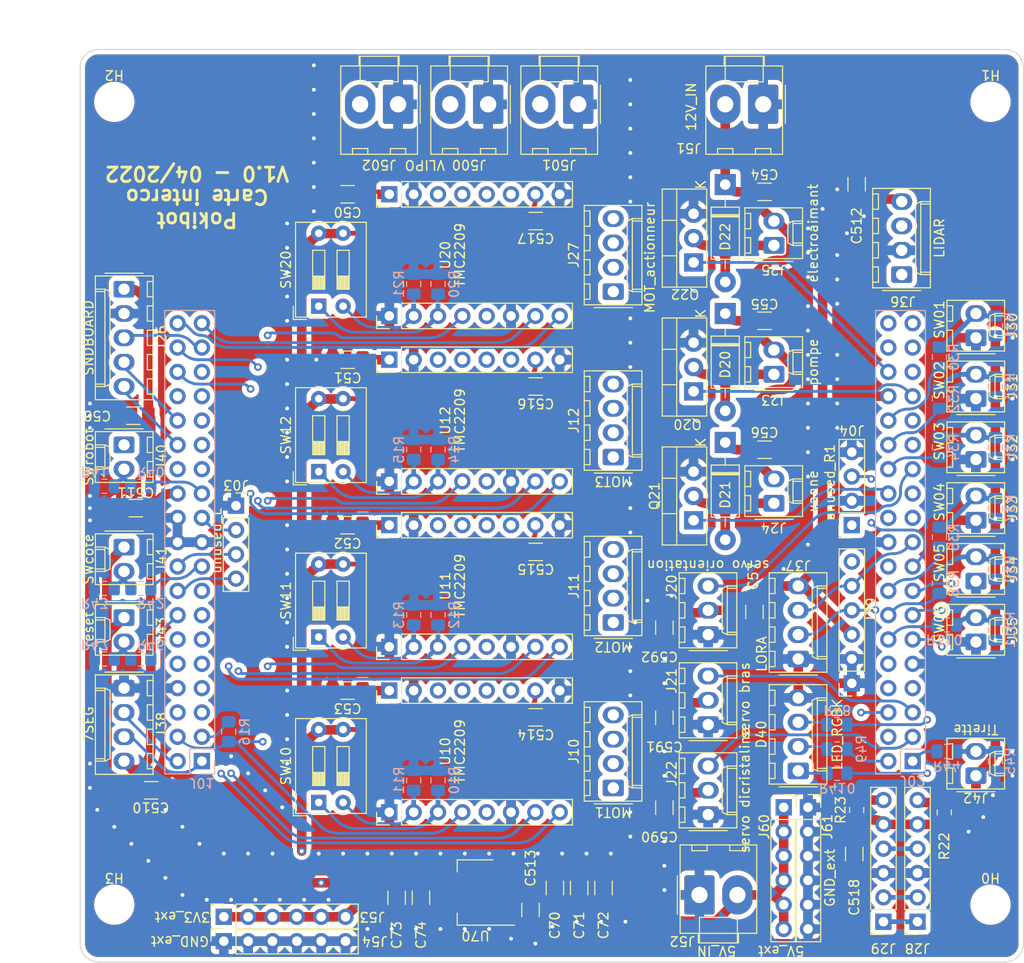
<source format=kicad_pcb>
(kicad_pcb (version 20211014) (generator pcbnew)
  (layers (0 "F.Cu" signal) (1 "In1.Cu" signal) (2 "In2.Cu" signal) (31 "B.Cu" signal) (34 "B.Paste" user) (35 "F.Paste" user) (36 "B.SilkS" user "B.Silkscreen") (37 "F.SilkS" user "F.Silkscreen") (38 "B.Mask" user) (39 "F.Mask" user) (44 "Edge.Cuts" user))
  (net 0 "")
  (net 1 "/V_LIPO")
  (net 2 "GND")
  (net 3 "/electroaimant_12V")
  (net 4 "/3V3_LDO")
  (net 5 "/PC_14")
  (net 6 "Net-(D20-Pad2)")
  (net 7 "Net-(D21-Pad2)")
  (net 8 "Net-(D22-Pad2)")
  (net 9 "Net-(D40-Pad1)")
  (net 10 "Net-(D40-Pad2)")
  (net 11 "Net-(D40-Pad3)")
  (net 12 "/7SEG_RX")
  (net 13 "/7SEG_TX")
  (net 14 "/VDD")
  (net 15 "/E5V")
  (net 16 "/BOOT0")
  (net 20 "/IOREF")
  (net 21 "/RESET")
  (net 22 "/D3")
  (net 23 "/3V3")
  (net 24 "/PA_15")
  (net 25 "/5V")
  (net 26 "/PB_7")
  (net 27 "/D0")
  (net 29 "/D1")
  (net 30 "/PA_0")
  (net 31 "/PH_0")
  (net 32 "/PA_1")
  (net 33 "/D2")
  (net 34 "/VBAT")
  (net 35 "/PC_2")
  (net 36 "/PB_8")
  (net 37 "/LORA_RX")
  (net 38 "/PB_9")
  (net 39 "/PC_5")
  (net 40 "/AVDD")
  (net 41 "/U5V")
  (net 43 "/PA_5")
  (net 44 "/PA_6")
  (net 45 "/PA_11")
  (net 46 "/PA_7")
  (net 47 "/PB_12")
  (net 48 "/PB_6")
  (net 50 "/LORA_TX")
  (net 51 "/LIDAR_RX")
  (net 52 "/PB_2")
  (net 53 "/PA_8")
  (net 54 "/PB_1")
  (net 55 "/PB_10")
  (net 56 "/PB_15")
  (net 57 "/PB_14")
  (net 58 "/PB_13")
  (net 59 "/PB_3")
  (net 60 "/LIDAR_TX")
  (net 61 "/PC_4")
  (net 62 "/PA_2")
  (net 64 "/PA_3")
  (net 66 "/A02")
  (net 67 "/A01")
  (net 68 "/B01")
  (net 69 "/B02")
  (net 70 "/A12")
  (net 71 "/A11")
  (net 72 "/B11")
  (net 73 "/B12")
  (net 74 "/A22")
  (net 75 "/A21")
  (net 76 "/B21")
  (net 77 "/B22")
  (net 78 "/A32")
  (net 79 "/A31")
  (net 80 "/B31")
  (net 81 "/B32")
  (net 82 "Net-(J30-Pad2)")
  (net 83 "Net-(J31-Pad2)")
  (net 84 "Net-(J32-Pad2)")
  (net 85 "Net-(J33-Pad2)")
  (net 86 "Net-(J34-Pad2)")
  (net 87 "Net-(J35-Pad2)")
  (net 88 "Net-(J42-Pad2)")
  (net 89 "Net-(J43-Pad2)")
  (net 90 "Net-(R10-Pad1)")
  (net 91 "Net-(R11-Pad1)")
  (net 92 "Net-(R12-Pad1)")
  (net 93 "Net-(R13-Pad1)")
  (net 94 "Net-(R14-Pad1)")
  (net 95 "Net-(R15-Pad1)")
  (net 96 "Net-(R20-Pad1)")
  (net 97 "Net-(R21-Pad1)")
  (net 102 "/PC_13")
  (net 103 "/PC_15")
  (net 104 "/PC_12")
  (net 105 "/PD_2")
  (net 106 "Net-(J41-Pad2)")
  (net 108 "/5V0")
  (net 109 "Net-(J40-Pad2)")
  (net 110 "/PC_9")
  (net 111 "/PA_14")
  (net 112 "/PC_3")
  (net 113 "/PH_1")
  (net 114 "/PC_1")
  (net 115 "/PB_4")
  (net 116 "/PB_5")
  (net 117 "/PC_8")
  (net 118 "/PA_12")
  (footprint "Capacitor_SMD:C_1206_3216Metric_Pad1.33x1.80mm_HandSolder" (layer "F.Cu") (at 69.85 127.2925 -90)
    (fp_text reference "C74")
    (fp_text value "100n")
  )
  (footprint "Connector_PinSocket_2.54mm:PinSocket_1x06_P2.54mm_Vertical" (layer "F.Cu") (at 121.666 129.794 180)
    (fp_text reference "J28")
    (fp_text value "ENC1")
  )
  (footprint "component:TMC2209" (layer "F.Cu") (at 79.248 77.47 90)
    (fp_text reference "U12")
    (fp_text value "TMC2209")
  )
  (footprint "Capacitor_SMD:C_1206_3216Metric_Pad1.33x1.80mm_HandSolder" (layer "F.Cu") (at 81.8265 91.186)
    (fp_text reference "C515")
    (fp_text value "100n")
  )
  (footprint "Capacitor_SMD:C_1206_3216Metric_Pad1.33x1.80mm_HandSolder" (layer "F.Cu") (at 62.1915 88.392 180)
    (fp_text reference "C52")
    (fp_text value "100n")
  )
  (footprint "Connector_Molex:Molex_KK-254_AE-6410-02A_1x02_P2.54mm_Vertical" (layer "F.Cu") (at 127.762 94.234 90)
    (fp_text reference "J34")
    (fp_text value "SW05")
  )
  (footprint "Connector_Molex:Molex_KK-254_AE-6410-02A_1x02_P2.54mm_Vertical" (layer "F.Cu") (at 38.862 90.678 -90)
    (fp_text reference "J41")
    (fp_text value "SWcote")
  )
  (footprint "Connector_Molex:Molex_KK-396_A-41791-0002_1x02_P3.96mm_Vertical" (layer "F.Cu") (at 98.91 127)
    (fp_text reference "J52")
    (fp_text value "5V_IN")
  )
  (footprint "Diode_THT:D_DO-41_SOD81_P10.16mm_Horizontal" (layer "F.Cu") (at 101.6 52.832 -90)
    (fp_text reference "D22")
    (fp_text value "1N4007")
  )
  (footprint "Connector_Molex:Molex_KK-254_AE-6410-04A_1x04_P2.54mm_Vertical" (layer "F.Cu") (at 89.916 81.28 90)
    (fp_text reference "J12")
    (fp_text value "MOT3")
  )
  (footprint "Button_Switch_THT:SW_DIP_SPSTx02_Slide_9.78x7.26mm_W7.62mm_P2.54mm" (layer "F.Cu") (at 59.182 65.532 90)
    (fp_text reference "SW20")
    (fp_text value "SW_DIP_x02")
  )
  (footprint "Diode_THT:D_DO-41_SOD81_P10.16mm_Horizontal" (layer "F.Cu") (at 101.6 66.294 -90)
    (fp_text reference "D20")
    (fp_text value "1N4007")
  )
  (footprint "Capacitor_SMD:C_1206_3216Metric_Pad1.33x1.80mm_HandSolder" (layer "F.Cu") (at 81.28 128.5625 -90)
    (fp_text reference "C513")
    (fp_text value "100n")
  )
  (footprint "Connector_Molex:Molex_KK-254_AE-6410-02A_1x02_P2.54mm_Vertical" (layer "F.Cu") (at 106.68 86.106 90)
    (fp_text reference "J24")
    (fp_text value "vanne")
  )
  (footprint "MountingHole:MountingHole_3.2mm_M3" (layer "F.Cu") (at 37.846 44.196)
    (fp_text reference "H2")
    (fp_text value "M1")
  )
  (footprint "Capacitor_SMD:C_1206_3216Metric_Pad1.33x1.80mm_HandSolder" (layer "F.Cu") (at 62.1915 105.664 180)
    (fp_text reference "C53")
    (fp_text value "100n")
  )
  (footprint "Connector_Molex:Molex_KK-254_AE-6410-02A_1x02_P2.54mm_Vertical" (layer "F.Cu") (at 38.862 98.044 -90)
    (fp_text reference "J43")
    (fp_text value "reset")
  )
  (footprint "MountingHole:MountingHole_3.2mm_M3" (layer "F.Cu") (at 129.286 128.016)
    (fp_text reference "H0")
    (fp_text value "M1")
  )
  (footprint "Connector_PinSocket_2.54mm:PinSocket_1x06_P2.54mm_Vertical" (layer "F.Cu") (at 118.11 129.794 180)
    (fp_text reference "J29")
    (fp_text value "ENC2")
  )
  (footprint "Capacitor_SMD:C_1206_3216Metric_Pad1.33x1.80mm_HandSolder" (layer "F.Cu") (at 105.7025 80.518)
    (fp_text reference "C56")
    (fp_text value "100n")
  )
  (footprint "Package_TO_SOT_SMD:SOT-223-3_TabPin2" (layer "F.Cu") (at 75.54 126.746 180)
    (fp_text reference "U70")
    (fp_text value "LD1117S33TR_SOT223")
  )
  (footprint "Connector_Molex:Molex_KK-396_A-41791-0002_1x02_P3.96mm_Vertical" (layer "F.Cu") (at 76.858 44.45 180)
    (fp_text reference "J500")
    (fp_text value "VLIPO")
  )
  (footprint "Package_TO_SOT_THT:TO-220-3_Vertical" (layer "F.Cu") (at 98.298 87.884 90)
    (fp_text reference "Q21")
    (fp_text value "SW_vanne")
  )
  (footprint "Capacitor_SMD:C_1206_3216Metric_Pad1.33x1.80mm_HandSolder" (layer "F.Cu") (at 39.8395 76.962 180)
    (fp_text reference "C58")
    (fp_text value "100n")
  )
  (footprint "Capacitor_SMD:C_1206_3216Metric_Pad1.33x1.80mm_HandSolder" (layer "F.Cu") (at 105.7025 53.594)
    (fp_text reference "C54")
    (fp_text value "100n")
  )
  (footprint "Connector_Molex:Molex_KK-254_AE-6410-03A_1x03_P2.54mm_Vertical" (layer "F.Cu") (at 99.822 118.618 90)
    (fp_text reference "J22")
    (fp_text value "servo dicristaline")
  )
  (footprint "Capacitor_SMD:C_1206_3216Metric_Pad1.33x1.80mm_HandSolder" (layer "F.Cu") (at 105.7025 67.056)
    (fp_text reference "C55")
    (fp_text value "100n")
  )
  (footprint "Connector_Molex:Molex_KK-254_AE-6410-03A_1x03_P2.54mm_Vertical" (layer "F.Cu") (at 99.822 109.22 90)
    (fp_text reference "J21")
    (fp_text value "servo bras")
  )
  (footprint "component:TMC2209" (layer "F.Cu") (at 79.248 60.198 90)
    (fp_text reference "U20")
    (fp_text value "TMC2209")
  )
  (footprint "Connector_Molex:Molex_KK-254_AE-6410-04A_1x04_P2.54mm_Vertical" (layer "F.Cu") (at 120.015 62.23 90)
    (fp_text reference "J36")
    (fp_text value "LIDAR")
  )
  (footprint "Connector_Molex:Molex_KK-254_AE-6410-05A_1x05_P2.54mm_Vertical" (layer "F.Cu") (at 38.862 63.754 -90)
    (fp_text reference "J26")
    (fp_text value "SNDBOARD")
  )
  (footprint "Connector_Molex:Molex_KK-254_AE-6410-02A_1x02_P2.54mm_Vertical" (layer "F.Cu") (at 106.68 59.182 90)
    (fp_text reference "J25")
    (fp_text value "electroaimant")
  )
  (footprint "Capacitor_SMD:C_1206_3216Metric_Pad1.33x1.80mm_HandSolder" (layer "F.Cu") (at 81.8265 73.914)
    (fp_text reference "C516")
    (fp_text value "100n")
  )
  (footprint "Connector_PinSocket_2.54mm:PinSocket_1x04_P2.54mm_Vertical" (layer "F.Cu") (at 50.546 86.36)
    (fp_text reference "J03")
    (fp_text value "unused_L")
  )
  (footprint "Connector_PinSocket_2.54mm:PinSocket_1x06_P2.54mm_Vertical" (layer "F.Cu") (at 49.276 131.826 90)
    (fp_text reference "J54")
    (fp_text value "GND_ext")
  )
  (footprint "MountingHole:MountingHole_3.2mm_M3" (layer "F.Cu") (at 129.286 44.196)
    (fp_text reference "H1")
    (fp_text value "M1")
  )
  (footprint "Capacitor_SMD:C_1206_3216Metric_Pad1.33x1.80mm_HandSolder" (layer "F.Cu") (at 104.648 97.4475 -90)
    (fp_text reference "C57")
    (fp_text value "100n")
  )
  (footprint "Capacitor_SMD:C_0805_2012Metric_Pad1.18x1.45mm_HandSolder" (layer "F.Cu") (at 115.316 118.1315 90)
    (fp_text reference "R23")
    (fp_text value "1k")
  )
  (footprint "Capacitor_SMD:C_1206_3216Metric_Pad1.33x1.80mm_HandSolder" (layer "F.Cu") (at 95.25 108.4965 90)
    (fp_text reference "C591")
    (fp_text value "100n")
  )
  (footprint "Capacitor_SMD:C_1206_3216Metric_Pad1.33x1.80mm_HandSolder" (layer "F.Cu") (at 95.25 117.8945 -90)
    (fp_text reference "C590")
    (fp_text value "100n")
  )
  (footprint "MountingHole:MountingHole_3.2mm_M3" (layer "F.Cu") (at 37.846 128.016)
    (fp_text reference "H3")
    (fp_text value "M1")
  )
  (footprint "Connector_Molex:Molex_KK-254_AE-6410-04A_1x04_P2.54mm_Vertical" (layer "F.Cu") (at 89.916 98.552 90)
    (fp_text reference "J11")
    (fp_text value "MOT2")
  )
  (footprint "Button_Switch_THT:SW_DIP_SPSTx02_Slide_9.78x7.26mm_W7.62mm_P2.54mm" (layer "F.Cu") (at 59.182 82.804 90)
    (fp_text reference "SW12")
    (fp_text value "SW_DIP_x02")
  )
  (footprint "Connector_Molex:Molex_KK-254_AE-6410-02A_1x02_P2.54mm_Vertical" (layer "F.Cu") (at 106.68 72.644 90)
    (fp_text reference "J23")
    (fp_text value "pompe")
  )
  (footprint "Button_Switch_THT:SW_DIP_SPSTx02_Slide_9.78x7.26mm_W7.62mm_P2.54mm" (layer "F.Cu") (at 59.182 117.348 90)
    (fp_text reference "SW10")
    (fp_text value "SW_DIP_x02")
  )
  (footprint "Connector_Molex:Molex_KK-254_AE-6410-02A_1x02_P2.54mm_Vertical" (layer "F.Cu") (at 38.862 80.01 -90)
    (fp_text reference "J40")
    (fp_text value "SWrobot")
  )
  (footprint "Connector_Molex:Molex_KK-396_A-41791-0002_1x02_P3.96mm_Vertical" (layer "F.Cu") (at 67.46 44.45 180)
    (fp_text reference "J502")
    (fp_text value "VLIPO")
  )
  (footprint "Capacitor_SMD:C_1206_3216Metric_Pad1.33x1.80mm_HandSolder" (layer "F.Cu") (at 88.9 126.2765 -90)
    (fp_text reference "C72")
    (fp_text value "100n")
  )
  (footprint "Connector_Molex:Molex_KK-254_AE-6410-02A_1x02_P2.54mm_Vertical" (layer "F.Cu") (at 127.762 81.534 90)
    (fp_text reference "J32")
    (fp_text value "SW03")
  )
  (footprint "Connector_Molex:Molex_KK-254_AE-6410-02A_1x02_P2.54mm_Vertical" (layer "F.Cu") (at 127.762 87.884 90)
    (fp_text reference "J33")
    (fp_text value "SW04")
  )
  (footprint "Connector_Molex:Molex_KK-254_AE-6410-02A_1x02_P2.54mm_Vertical" (layer "F.Cu") (at 127.762 114.554 90)
    (fp_text reference "J42")
    (fp_text value "Tirette")
  )
  (footprint "Capacitor_SMD:C_1206_3216Metric_Pad1.33x1.80mm_HandSolder" (layer "F.Cu") (at 115.316 52.7935 90)
    (fp_text reference "C512")
    (fp_text value "100n")
  )
  (footprint "Capacitor_SMD:C_1206_3216Metric_Pad1.33x1.80mm_HandSolder" (layer "F.Cu") (at 81.8265 108.458)
    (fp_text reference "C514")
    (fp_text value "100n")
  )
  (footprint "Connector_PinSocket_2.54mm:PinSocket_1x06_P2.54mm_Vertical" (layer "F.Cu") (at 107.696 117.856)
    (fp_text reference "J60")
    (fp_text value "5V_ext")
  )
  (footprint "Connector_Molex:Molex_KK-396_A-41791-0002_1x02_P3.96mm_Vertical" (layer "F.Cu") (at 105.56 44.45 180)
    (fp_text reference "J51")
    (fp_text value "12V_IN")
  )
  (footprint "Connector_Molex:Molex_KK-396_A-41791-0002_1x02_P3.96mm_Vertical" (layer "F.Cu") (at 86.256 44.45 180)
    (fp_text reference "J501")
    (fp_text value "VLIPO")
  )
  (footprint "Connector_PinSocket_2.54mm:PinSocket_1x06_P2.54mm_Vertical" (layer "F.Cu") (at 114.808 104.902 180)
    (fp_text reference "J39")
    (fp_text value "BT")
  )
  (footprint "Capacitor_SMD:C_1206_3216Metric_Pad1.33x1.80mm_HandSolder" (layer "F.Cu") (at 67.31 127.2925 -90)
    (fp_text reference "C73")
    (fp_text value "100n")
  )
  (footprint "Capacitor_SMD:C_1206_3216Metric_Pad1.33x1.80mm_HandSolder" (layer "F.Cu") (at 86.36 126.2765 -90)
    (fp_text reference "C71")
    (fp_text value "100n")
  )
  (footprint "Diode_THT:D_DO-41_SOD81_P10.16mm_Horizontal" (layer "F.Cu") (at 101.6 79.756 -90)
    (fp_text reference "D21")
    (fp_text value "1N4007")
  )
  (footprint "Connector_PinSocket_2.54mm:PinSocket_1x04_P2.54mm_Vertical" (layer "F.Cu") (at 114.808 88.392 180)
    (fp_text reference "J04")
    (fp_text value "unused_R1")
  )
  (footprint "Connector_Molex:Molex_KK-254_AE-6410-04A_1x04_P2.54mm_Vertical" (layer "F.Cu") (at 109.22 114.046 90)
    (fp_text reference "D40")
    (fp_text value "LED_RGBK")
  )
  (footprint "Capacitor_SMD:C_1206_3216Metric_Pad1.33x1.80mm_HandSolder" (layer "F.Cu") (at 62.1915 71.12 180)
    (fp_text reference "C51")
    (fp_text value "100n")
  )
  (footprint "Capacitor_SMD:C_1206_3216Metric_Pad1.33x1.80mm_HandSolder" (layer "F.Cu") (at 41.6945 116.078)
    (fp_text reference "C510")
    (fp_text value "100n")
  )
  (footprint "component:TMC2209" (layer "F.Cu") (at 79.248 94.742 90)
    (fp_text reference "U11")
    (fp_text value "TMC2209")
  )
  (footprint "Capacitor_SMD:C_1206_3216Metric_Pad1.33x1.80mm_HandSolder" (layer "F.Cu") (at 81.8265 56.642)
    (fp_text reference "C517")
    (fp_text value "100n")
  )
  (footprint "Connector_Molex:Molex_KK-254_AE-6410-04A_1x04_P2.54mm_Vertical" (layer "F.Cu") (at 38.862 105.41 -90)
    (fp_text reference "J38")
    (fp_text value "7SEG")
  )
  (footprint "Connector_Molex:Molex_KK-254_AE-6410-02A_1x02_P2.54mm_Vertical" (layer "F.Cu") (at 127.762 75.184 90)
    (fp_text reference "J31")
    (fp_text value "SW02")
  )
  (footprint "Connector_Molex:Molex_KK-254_AE-6410-03A_1x03_P2.54mm_Vertical" (layer "F.Cu") (at 99.822 99.822 90)
    (fp_text reference "J20")
    (fp_text value "servo orientation")
  )
  (footprint "Connector_Molex:Molex_KK-254_AE-6410-02A_1x02_P2.54mm_Vertical" (layer "F.Cu") (at 127.762 68.834 90)
    (fp_text reference "J30")
    (fp_text value "SW01")
  )
  (footprint "Capacitor_SMD:C_1206_3216Metric_Pad1.33x1.80mm_HandSolder" (layer "F.Cu") (at 95.25 99.0985 90)
    (fp_text reference "C592")
    (fp_text value "100n")
  )
  (footprint "Capacitor_SMD:C_1206_3216Metric_Pad1.33x1.80mm_HandSolder" (layer "F.Cu") (at 40.0935 86.614 180)
    (fp_text reference "C511")
    (fp_text value "100n")
  )
  (footprint "Connector_Molex:Molex_KK-254_AE-6410-02A_1x02_P2.54mm_Vertical" (layer "F.Cu") (at 127.762 100.584 90)
    (fp_text reference "J35")
    (fp_text value "SW06")
  )
  (footprint "Connector_Molex:Molex_KK-254_AE-6410-04A_1x04_P2.54mm_Vertical" (layer "F.Cu") (at 89.916 64.008 90)
    (fp_text reference "J27")
    (fp_text value "MOT_actionneur")
  )
  (footprint "Package_TO_SOT_THT:TO-220-3_Vertical" (layer "F.Cu") (at 98.298 74.422 90)
    (fp_text reference "Q20")
    (fp_text value "SW_pompe")
  )
  (footprint "Connector_Molex:Molex_KK-254_AE-6410-04A_1x04_P2.54mm_Vertical" (layer "F.Cu") (at 109.22 102.362 90)
    (fp_text reference "J37")
    (fp_text value "LORA")
  )
  (footprint "Capacitor_SMD:C_1206_3216Metric_Pad1.33x1.80mm_HandSolder" (layer "F.Cu") (at 62.1915 53.848 180)
    (fp_text reference "C50")
    (fp_text value "100n")
  )
  (footprint "Connector_PinSocket_2.54mm:PinSocket_1x06_P2.54mm_Vertical" (layer "F.Cu") (at 49.276 129.286 90)
    (fp_text reference "J53")
    (fp_text value "3V3_ext")
  )
  (footprint "Capacitor_SMD:C_1206_3216Metric_Pad1.33x1.80mm_HandSolder" (layer "F.Cu") (at 115.062 122.7205 -90)
    (fp_text reference "C518")
    (fp_text value "100n")
  )
  (footprint "Button_Switch_THT:SW_DIP_SPSTx02_Slide_9.78x7.26mm_W7.62mm_P2.54mm" (layer "F.Cu") (at 59.182 100.076 90)
    (fp_text reference "SW11")
    (fp_text value "SW_DIP_x02")
  )
  (footprint "component:TMC2209" (layer "F.Cu") (at 79.248 112.014 90)
    (fp_text reference "U10")
    (fp_text value "TMC2209")
  )
  (footprint "Capacitor_SMD:C_1206_3216Metric_Pad1.33x1.80mm_HandSolder" (layer "F.Cu") (at 83.82 126.2765 -90)
    (fp_text reference "C70")
    (fp_text value "100n")
  )
  (footprint "Connector_PinSocket_2.54mm:PinSocket_1x06_P2.54mm_Vertical" (layer "F.Cu") (at 110.236 117.856)
    (fp_text reference "J61")
    (fp_text value "GND_ext")
  )
  (footprint "Package_TO_SOT_THT:TO-220-3_Vertical" (layer "F.Cu") (at 98.298 60.96 90)
    (fp_text reference "Q22")
    (fp_text value "SW_pompe")
  )
  (footprint "Capacitor_SMD:C_0805_2012Metric_Pad1.18x1.45mm_HandSolder" (layer "F.Cu") (at 124.46 118.3855 90)
    (fp_text reference "R22")
    (fp_text value "1k")
  )
  (footprint "Connector_Molex:Molex_KK-254_AE-6410-04A_1x04_P2.54mm_Vertical" (layer "F.Cu") (at 89.916 115.824 90)
    (fp_text reference "J10")
    (fp_text value "MOT1")
  )
  (footprint "Capacitor_SMD:C_0805_2012Metric_Pad1.18x1.45mm_HandSolder" (layer "B.Cu") (at 124.7355 112.014)
    (fp_text reference "R44")
    (fp_text value "330")
  )
  (footprint "Capacitor_SMD:C_0805_2012Metric_Pad1.18x1.45mm_HandSolder" (layer "B.Cu") (at 129.794 73.9355 90)
    (fp_text reference "R33")
    (fp_text value "1k")
  )
  (footprint "Capacitor_SMD:C_0805_2012Metric_Pad1.18x1.45mm_HandSolder" (layer "B.Cu") (at 123.952 80.2425 90)
    (fp_text reference "R34")
    (fp_text value "330")
  )
  (footprint "Capacitor_SMD:C_0805_2012Metric_Pad1.18x1.45mm_HandSolder" (layer "B.Cu") (at 123.952 75.1625 90)
    (fp_text reference "R32")
    (fp_text value "330")
  )
  (footprint "Connector_PinSocket_2.54mm:PinSocket_2x19_P2.54mm_Vertical" (layer "B.Cu") (at 46.99 113.03)
    (fp_text reference "J01")
    (fp_text value "Conn_02x19_Odd_Even")
  )
  (footprint "Capacitor_SMD:C_0805_2012Metric_Pad1.18x1.45mm_HandSolder" (layer "B.Cu") (at 113.2625 109.22 180)
    (fp_text reference "R48")
    (fp_text value "100")
  )
  (footprint "Capacitor_SMD:C_0805_2012Metric_Pad1.18x1.45mm_HandSolder" (layer "B.Cu") (at 71.628 115.0405 90)
    (fp_text reference "R10")
    (fp_text value "1k")
  )
  (footprint "Capacitor_SMD:C_0805_2012Metric_Pad1.18x1.45mm_HandSolder" (layer "B.Cu") (at 40.6185 102.362 180)
    (fp_text reference "R46")
    (fp_text value "330")
  )
  (footprint "Capacitor_SMD:C_0805_2012Metric_Pad1.18x1.45mm_HandSolder" (layer "B.Cu") (at 36.8085 102.362)
    (fp_text reference "R47")
    (fp_text value "1k")
  )
  (footprint "Capacitor_SMD:C_0805_2012Metric_Pad1.18x1.45mm_HandSolder" (layer "B.Cu") (at 124.7355 98.806)
    (fp_text reference "R310")
    (fp_text value "330")
  )
  (footprint "Capacitor_SMD:C_0805_2012Metric_Pad1.18x1.45mm_HandSolder" (layer "B.Cu") (at 113.2625 111.76 180)
    (fp_text reference "R49")
    (fp_text value "100")
  )
  (footprint "Capacitor_SMD:C_0805_2012Metric_Pad1.18x1.45mm_HandSolder" (layer "B.Cu") (at 69.088 63.2245 90)
    (fp_text reference "R21")
    (fp_text value "1k")
  )
  (footprint "Capacitor_SMD:C_0805_2012Metric_Pad1.18x1.45mm_HandSolder" (layer "B.Cu") (at 69.088 115.0405 90)
    (fp_text reference "R11")
    (fp_text value "1k")
  )
  (footprint "Capacitor_SMD:C_0805_2012Metric_Pad1.18x1.45mm_HandSolder" (layer "B.Cu") (at 49.784 109.9605 90)
    (fp_text reference "R16")
    (fp_text value "1k")
  )
  (footprint "Capacitor_SMD:C_0805_2012Metric_Pad1.18x1.45mm_HandSolder" (layer "B.Cu") (at 71.628 80.4965 90)
    (fp_text reference "R14")
    (fp_text value "1k")
  )
  (footprint "Capacitor_SMD:C_0805_2012Metric_Pad1.18x1.45mm_HandSolder" (layer "B.Cu") (at 36.8085 94.996)
    (fp_text reference "R43")
    (fp_text value "1k")
  )
  (footprint "Capacitor_SMD:C_0805_2012Metric_Pad1.18x1.45mm_HandSolder" (layer "B.Cu") (at 40.6185 84.328 180)
    (fp_text reference "R40")
    (fp_text value "330")
  )
  (footprint "Capacitor_SMD:C_0805_2012Metric_Pad1.18x1.45mm_HandSolder" (layer "B.Cu") (at 69.088 97.7685 90)
    (fp_text reference "R13")
    (fp_text value "1k")
  )
  (footprint "Capacitor_SMD:C_0805_2012Metric_Pad1.18x1.45mm_HandSolder" (layer "B.Cu") (at 40.6185 94.996 180)
    (fp_text reference "R42")
    (fp_text value "330")
  )
  (footprint "Capacitor_SMD:C_0805_2012Metric_Pad1.18x1.45mm_HandSolder" (layer "B.Cu") (at 113.2625 114.3 180)
    (fp_text reference "R410")
    (fp_text value "100")
  )
  (footprint "Capacitor_SMD:C_0805_2012Metric_Pad1.18x1.45mm_HandSolder" (layer "B.Cu") (at 129.794 67.5855 90)
    (fp_text reference "R31")
    (fp_text value "1k")
  )
  (footprint "Capacitor_SMD:C_0805_2012Metric_Pad1.18x1.45mm_HandSolder" (layer "B.Cu") (at 123.952 89.6405 90)
    (fp_text reference "R36")
    (fp_text value "330")
  )
  (footprint "Capacitor_SMD:C_0805_2012Metric_Pad1.18x1.45mm_HandSolder" (layer "B.Cu") (at 129.794 80.2855 90)
    (fp_text reference "R35")
    (fp_text value "1k")
  )
  (footprint "Capacitor_SMD:C_0805_2012Metric_Pad1.18x1.45mm_HandSolder" (layer "B.Cu") (at 69.088 80.4965 90)
    (fp_text reference "R15")
    (fp_text value "1k")
  )
  (footprint "Capacitor_SMD:C_0805_2012Metric_Pad1.18x1.45mm_HandSolder" (layer "B.Cu") (at 71.628 63.2245 90)
    (fp_text reference "R20")
    (fp_text value "1k")
  )
  (footprint "Connector_PinSocket_2.54mm:PinSocket_2x19_P2.54mm_Vertical" (layer "B.Cu") (at 121.158 113.03)
    (fp_text reference "J02")
    (fp_text value "Conn_02x19_Odd_Even")
  )
  (footprint "Capacitor_SMD:C_0805_2012Metric_Pad1.18x1.45mm_HandSolder" (layer "B.Cu") (at 123.952 70.8445 90)
    (fp_text reference "R30")
    (fp_text value "330")
  )
  (footprint "Capacitor_SMD:C_0805_2012Metric_Pad1.18x1.45mm_HandSolder" (layer "B.Cu") (at 129.794 86.6355 90)
    (fp_text reference "R37")
    (fp_text value "1k")
  )
  (footprint "Capacitor_SMD:C_0805_2012Metric_Pad1.18x1.45mm_HandSolder" (layer "B.Cu") (at 36.8085 84.328)
    (fp_text reference "R41")
    (fp_text value "1k")
  )
  (footprint "Capacitor_SMD:C_0805_2012Metric_Pad1.18x1.45mm_HandSolder" (layer "B.Cu") (at 129.794 92.9855 90)
    (fp_text reference "R39")
    (fp_text value "1k")
  )
  (footprint "Capacitor_SMD:C_0805_2012Metric_Pad1.18x1.45mm_HandSolder" (layer "B.Cu") (at 71.628 97.7685 90)
    (fp_text reference "R12")
    (fp_text value "1k")
  )
  (footprint "Capacitor_SMD:C_0805_2012Metric_Pad1.18x1.45mm_HandSolder" (layer "B.Cu") (at 129.794 113.0515 90)
    (fp_text reference "R45")
    (fp_text value "1k")
  )
  (footprint "Capacitor_SMD:C_0805_2012Metric_Pad1.18x1.45mm_HandSolder" (layer "B.Cu") (at 129.794 99.3355 90)
    (fp_text reference "R311")
    (fp_text value "1k")
  )
  (footprint "Capacitor_SMD:C_0805_2012Metric_Pad1.18x1.45mm_HandSolder" (layer "B.Cu") (at 123.952 94.4665 90)
    (fp_text reference "R38")
    (fp_text value "330")
  )
  (gr_arc (start 36.195 133.985) (mid 34.847962 133.427038) (end 34.29 132.08) (layer "Edge.Cuts") (width 0.1))
  (gr_arc (start 34.29 40.64) (mid 34.847962 39.292962) (end 36.195 38.735) (layer "Edge.Cuts") (width 0.1))
  (gr_line (start 130.81 133.985) (end 36.195 133.985) (layer "Edge.Cuts") (width 0.1))
  (gr_line (start 132.715 40.64) (end 132.715 132.08) (layer "Edge.Cuts") (width 0.1))
  (gr_arc (start 132.715 132.08) (mid 132.157038 133.427038) (end 130.81 133.985) (layer "Edge.Cuts") (width 0.1))
  (gr_line (start 34.29 132.08) (end 34.29 40.64) (layer "Edge.Cuts") (width 0.1))
  (gr_line (start 36.195 38.735) (end 130.81 38.735) (layer "Edge.Cuts") (width 0.1))
  (gr_arc (start 130.81 38.735) (mid 132.157038 39.292962) (end 132.715 40.64) (layer "Edge.Cuts") (width 0.1))
  (gr_text "Pokibot\nCarte interco\nV1.0 - 04/2022" (at 46.482 54.102 180) (layer "F.SilkS") (effects (font (size 1.5 1.5) (thickness 0.3))))
  (segment (start 63.754 105.664) (end 66.548 105.664) (width 1) (layer "F.Cu") (net 1))
  (segment (start 63.754 88.392) (end 66.548 88.392) (width 1) (layer "F.Cu") (net 1))
  (segment (start 63.754 53.848) (end 66.548 53.848) (width 1) (layer "F.Cu") (net 1))
  (segment (start 63.754 71.12) (end 66.548 71.12) (width 1) (layer "F.Cu") (net 1))
  (via (at 60.198 127.508) (size 0.8) (drill 0.4) (layers "F.Cu" "B.Cu") (net 2))
  (via (at 88.646 129.794) (size 0.8) (drill 0.4) (layers "F.Cu" "B.Cu") (net 2))
  (via (at 110.236 59.944) (size 0.8) (drill 0.4) (layers "F.Cu" "B.Cu") (net 2))
  (via (at 95.25 126.492) (size 0.8) (drill 0.4) (layers "F.Cu" "B.Cu") (net 2))
  (via (at 35.306 87.884) (size 0.8) (drill 0.4) (layers "F.Cu" "B.Cu") (net 2))
  (via (at 110.236 83.312) (size 0.8) (drill 0.4) (layers "F.Cu" "B.Cu") (net 2))
  (via (at 35.306 113.284) (size 0.8) (drill 0.4) (layers "F.Cu" "B.Cu") (net 2))
  (via (at 113.284 60.198) (size 0.8) (drill 0.4) (layers "F.Cu" "B.Cu") (net 2))
  (via (at 113.284 73.152) (size 0.8) (drill 0.4) (layers "F.Cu" "B.Cu") (net 2))
  (via (at 131.572 68.834) (size 0.8) (drill 0.4) (layers "F.Cu" "B.Cu") (net 2))
  (via (at 58.674 40.386) (size 0.8) (drill 0.4) (layers "F.Cu" "B.Cu") (net 2))
  (via (at 44.958 127) (size 0.8) (drill 0.4) (layers "F.Cu" "B.Cu") (net 2))
  (via (at 113.284 62.738) (size 0.8) (drill 0.4) (layers "F.Cu" "B.Cu") (net 2))
  (via (at 71.882 122.682) (size 0.8) (drill 0.4) (layers "F.Cu" "B.Cu") (net 2))
  (via (at 50.038 112.522) (size 0.8) (drill 0.4) (layers "F.Cu" "B.Cu") (net 2))
  (via (at 91.694 41.91) (size 0.8) (drill 0.4) (layers "F.Cu" "B.Cu") (net 2))
  (via (at 66.802 130.556) (size 0.8) (drill 0.4) (layers "F.Cu" "B.Cu") (net 2))
  (via (at 131.572 87.884) (size 0.8) (drill 0.4) (layers "F.Cu" "B.Cu") (net 2))
  (via (at 79.248 131.572) (size 0.8) (drill 0.4) (layers "F.Cu" "B.Cu") (net 2))
  (via (at 110.236 90.424) (size 0.8) (drill 0.4) (layers "F.Cu" "B.Cu") (net 2))
  (via (at 51.816 122.682) (size 0.8) (drill 0.4) (layers "F.Cu" "B.Cu") (net 2))
  (via (at 91.694 69.342) (size 0.8) (drill 0.4) (layers "F.Cu" "B.Cu") (net 2))
  (via (at 91.694 44.45) (size 0.8) (drill 0.4) (layers "F.Cu" "B.Cu") (net 2))
  (via (at 96.012 95.758) (size 0.8) (drill 0.4) (layers "F.Cu" "B.Cu") (net 2))
  (via (at 55.88 83.82) (size 0.8) (drill 0.4) (layers "F.Cu" "B.Cu") (net 2))
  (via (at 55.88 108.204) (size 0.8) (drill 0.4) (layers "F.Cu" "B.Cu") (net 2))
  (via (at 110.236 57.404) (size 0.8) (drill 0.4) (layers "F.Cu" "B.Cu") (net 2))
  (via (at 95.25 114.554) (size 0.8) (drill 0.4) (layers "F.Cu" "B.Cu") (net 2))
  (via (at 93.472 96.266) (size 0.8) (drill 0.4) (layers "F.Cu" "B.Cu") (net 2))
  (via (at 61.722 122.682) (size 0.8) (drill 0.4) (layers "F.Cu" "B.Cu") (net 2))
  (via (at 91.694 71.882) (size 0.8) (drill 0.4) (layers "F.Cu" "B.Cu") (net 2))
  (via (at 55.118 127.508) (size 0.8) (drill 0.4) (layers "F.Cu" "B.Cu") (net 2))
  (via (at 44.958 119.888) (size 0.8) (drill 0.4) (layers "F.Cu" "B.Cu") (net 2))
  (via (at 87.122 122.682) (size 0.8) (drill 0.4) (layers "F.Cu" "B.Cu") (net 2))
  (via (at 82.042 122.682) (size 0.8) (drill 0.4) (layers "F.Cu" "B.Cu") (net 2))
  (via (at 59.182 122.682) (size 0.8) (drill 0.4) (layers "F.Cu" "B.Cu") (net 2))
  (via (at 58.674 55.626) (size 0.8) (drill 0.4) (layers "F.Cu" "B.Cu") (net 2))
  (via (at 131.572 112.014) (size 0.8) (drill 0.4) (layers "F.Cu" "B.Cu") (net 2))
  (via (at 95.25 112.014) (size 0.8) (drill 0.4) (layers "F.Cu" "B.Cu") (net 2))
  (via (at 91.694 52.07) (size 0.8) (drill 0.4) (layers "F.Cu" "B.Cu") (net 2))
  (via (at 79.502 122.682) (size 0.8) (drill 0.4) (layers "F.Cu" "B.Cu") (net 2))
  (via (at 35.306 85.344) (size 0.8) (drill 0.4) (layers "F.Cu" "B.Cu") (net 2))
  (via (at 43.18 118.11) (size 0.8) (drill 0.4) (layers "F.Cu" "B.Cu") (net 2))
  (via (at 35.306 78.232) (size 0.8) (drill 0.4) (layers "F.Cu" "B.Cu") (net 2))
  (via (at 128.524 118.872) (size 0.8) (drill 0.4) (layers "F.Cu" "B.Cu") (net 2))
  (via (at 55.88 113.284) (size 0.8) (drill 0.4) (layers "F.Cu" "B.Cu") (net 2))
  (via (at 55.88 59.436) (size 0.8) (drill 0.4) (layers "F.Cu" "B.Cu") (net 2))
  (via (at 51.816 114.3) (size 0.8) (drill 0.4) (layers "F.Cu" "B.Cu") (net 2))
  (via (at 86.106 129.794) (size 0.8) (drill 0.4) (layers "F.Cu" "B.Cu") (net 2))
  (via (at 110.236 78.232) (size 0.8) (drill 0.4) (layers "F.Cu" "B.Cu") (net 2))
  (via (at 110.236 75.692) (size 0.8) (drill 0.4) (layers "F.Cu" "B.Cu") (net 2))
  (via (at 76.962 122.682) (size 0.8) (drill 0.4) (layers "F.Cu" "B.Cu") (net 2))
  (via (at 35.306 86.614) (size 0.8) (drill 0.4) (layers "F.Cu" "B.Cu") (net 2))
  (via (at 49.276 122.682) (size 0.8) (drill 0.4) (layers "F.Cu" "B.Cu") (net 2))
  (via (at 91.694 106.172) (size 0.8) (drill 0.4) (layers "F.Cu" "B.Cu") (net 2))
  (via (at 55.88 90.932) (size 0.8) (drill 0.4) (layers "F.Cu" "B.Cu") (net 2))
  (via (at 64.262 122.682) (size 0.8) (drill 0.4) (layers "F.Cu" "B.Cu") (net 2))
  (via (at 110.236 73.152) (size 0.8) (drill 0.4) (layers "F.Cu" "B.Cu") (net 2))
  (via (at 35.306 115.824) (size 0.8) (drill 0.4) (layers "F.Cu" "B.Cu") (net 2))
  (via (at 95.25 104.902) (size 0.8) (drill 0.4) (layers "F.Cu" "B.Cu") (net 2))
  (via (at 91.694 46.99) (size 0.8) (drill 0.4) (layers "F.Cu" "B.Cu") (net 2))
  (via (at 74.422 122.682) (size 0.8) (drill 0.4) (layers "F.Cu" "B.Cu") (net 2))
  (via (at 110.236 80.772) (size 0.8) (drill 0.4) (layers "F.Cu" "B.Cu") (net 2))
  (via (at 113.284 65.278) (size 0.8) (drill 0.4) (layers "F.Cu" "B.Cu") (net 2))
  (via (at 41.402 123.444) (size 0.8) (drill 0.4) (layers "F.Cu" "B.Cu") (net 2))
  (via (at 46.736 121.666) (size 0.8) (drill 0.4) (layers "F.Cu" "B.Cu") (net 2))
  (via (at 69.342 122.682) (size 0.8) (drill 0.4) (layers "F.Cu" "B.Cu") (net 2))
  (via (at 114.3 57.912) (size 0.8) (drill 0.4) (layers "F.Cu" "B.Cu") (net 2))
  (via (at 113.284 70.612) (size 0.8) (drill 0.4) (layers "F.Cu" "B.Cu") (net 2))
  (via (at 55.88 73.66) (size 0.8) (drill 0.4) (layers "F.Cu" "B.Cu") (net 2))
  (via (at 55.88 101.092) (size 0.8) (drill 0.4) (layers "F.Cu" "B.Cu") (net 2))
  (via (at 127 120.396) (size 0.8) (drill 0.4) (layers "F.Cu" "B.Cu") (net 2))
  (via (at 55.88 56.896) (size 0.8) (drill 0.4) (layers "F.Cu" "B.Cu") (net 2))
  (via (at 66.802 122.682) (size 0.8) (drill 0.4) (layers "F.Cu" "B.Cu") (net 2))
  (via (at 83.566 130.302) (size 0.8) (drill 0.4) (layers "F.Cu" "B.Cu") (net 2))
  (via (at 58.674 50.546) (size 0.8) (drill 0.4) (layers "F.Cu" "B.Cu") (net 2))
  (via (at 57.658 127.508) (size 0.8) (drill 0.4) (layers "F.Cu" "B.Cu") (net 2))
  (via (at 50.038 127.508) (size 0.8) (drill 0.4) (layers "F.Cu" "B.Cu") (net 2))
  (via (at 95.25 121.412) (size 0.8) (drill 0.4) (layers "F.Cu" "B.Cu") (net 2))
  (via (at 91.694 118.364) (size 0.8) (drill 0.4) (layers "F.Cu" "B.Cu") (net 2))
  (via (at 131.572 81.534) (size 0.8) (drill 0.4) (layers "F.Cu" "B.Cu") (net 2))
  (via (at 52.578 127.508) (size 0.8) (drill 0.4) (layers "F.Cu" "B.Cu") (net 2))
  (via (at 91.694 103.632) (size 0.8) (drill 0.4) (layers "F.Cu" "B.Cu") (net 2))
  (via (at 84.582 122.682) (size 0.8) (drill 0.4) (layers "F.Cu" "B.Cu") (net 2))
  (via (at 43.18 125.222) (size 0.8) (drill 0.4) (layers "F.Cu" "B.Cu") (net 2))
  (via (at 37.846 119.888) (size 0.8) (drill 0.4) (layers "F.Cu" "B.Cu") (net 2))
  (via (at 91.694 66.802) (size 0.8) (drill 0.4) (layers "F.Cu" "B.Cu") (net 2))
  (via (at 36.068 118.11) (size 0.8) (drill 0.4) (layers "F.Cu" "B.Cu") (net 2))
  (via (at 54.356 122.682) (size 0.8) (drill 0.4) (layers "F.Cu" "B.Cu") (net 2))
  (via (at 95.25 123.952) (size 0.8) (drill 0.4) (layers "F.Cu" "B.Cu") (net 2))
  (via (at 74.422 130.556) (size 0.8) (drill 0.4) (layers "F.Cu" "B.Cu") (net 2))
  (via (at 47.498 127.508) (size 0.8) (drill 0.4) (layers "F.Cu" "B.Cu") (net 2))
  (via (at 76.962 130.556) (size 0.8) (drill 0.4) (layers "F.Cu" "B.Cu") (net 2))
  (via (at 111.76 55.372) (size 0.8) (drill 0.4) (layers "F.Cu" "B.Cu") (net 2))
  (via (at 55.88 98.552) (size 0.8) (drill 0.4) (layers "F.Cu" "B.Cu") (net 2))
  (via (at 55.88 105.664) (size 0.8) (drill 0.4) (layers "F.Cu" "B.Cu") (net 2))
  (via (at 55.88 64.516) (size 0.8) (drill 0.4) (layers "F.Cu" "B.Cu") (net 2))
  (via (at 39.624 121.666) (size 0.8) (drill 0.4) (layers "F.Cu" "B.Cu") (net 2))
  (via (at 53.594 116.078) (size 0.8) (drill 0.4) (layers "F.Cu" "B.Cu") (net 2))
  (via (at 81.788 132.08) (size 0.8) (drill 0.4) (layers "F.Cu" "B.Cu") (net 2))
  (via (at 110.236 70.612) (size 0.8) (drill 0.4) (layers "F.Cu" "B.Cu") (net 2))
  (via (at 113.284 75.692) (size 0.8) (drill 0.4) (layers "F.Cu" "B.Cu") (net 2))
  (via (at 58.674 53.086) (size 0.8) (drill 0.4) (layers "F.Cu" "B.Cu") (net 2))
  (via (at 55.88 78.74) (size 0.8) (drill 0.4) (layers "F.Cu" "B.Cu") (net 2))
  (via (at 69.342 130.556) (size 0.8) (drill 0.4) (layers "F.Cu" "B.Cu") (net 2))
  (via (at 35.306 76.962) (size 0.8) (drill 0.4) (layers "F.Cu" "B.Cu") (net 2))
  (via (at 110.236 68.072) (size 0.8) (drill 0.4) (layers "F.Cu" "B.Cu") (net 2))
  (via (at 113.284 78.232) (size 0.8) (drill 0.4) (layers "F.Cu" "B.Cu") (net 2))
  (via (at 55.88 88.392) (size 0.8) (drill 0.4) (layers "F.Cu" "B.Cu") (net 2))
  (via (at 91.186 129.794) (size 0.8) (drill 0.4) (layers "F.Cu" "B.Cu") (net 2))
  (via (at 55.372 117.856) (size 0.8) (drill 0.4) (layers "F.Cu" "B.Cu") (net 2))
  (via (at 55.88 71.12) (size 0.8) (drill 0.4) (layers "F.Cu" "B.Cu") (net 2))
  (via (at 131.572 100.584) (size 0.8) (drill 0.4) (layers "F.Cu" "B.Cu") (net 2))
  (via (at 35.306 75.692) (size 0.8) (drill 0.4) (layers "F.Cu" "B.Cu") (net 2))
  (via (at 91.694 86.614) (size 0.8) (drill 0.4) (layers "F.Cu" "B.Cu") (net 2))
  (via (at 71.882 130.556) (size 0.8) (drill 0.4) (layers "F.Cu" "B.Cu") (net 2))
  (via (at 89.662 122.682) (size 0.8) (drill 0.4) (layers "F.Cu" "B.Cu") (net 2))
  (via (at 55.88 110.744) (size 0.8) (drill 0.4) (layers "F.Cu" "B.Cu") (net 2))
  (via (at 91.694 120.904) (size 0.8) (drill 0.4) (layers "F.Cu" "B.Cu") (net 2))
  (via (at 64.262 130.556) (size 0.8) (drill 0.4) (layers "F.Cu" "B.Cu") (net 2))
  (via (at 55.88 61.976) (size 0.8) (drill 0.4) (layers "F.Cu" "B.Cu") (net 2))
  (via (at 91.694 84.074) (size 0.8) (drill 0.4) (layers "F.Cu" "B.Cu") (net 2))
  (via (at 92.202 98.552) (size 0.8) (drill 0.4) (layers "F.Cu" "B.Cu") (net 2))
  (via (at 91.694 89.154) (size 0.8) (drill 0.4) (layers "F.Cu" "B.Cu") (net 2))
  (via (at 95.25 102.362) (size 0.8) (drill 0.4) (layers "F.Cu" "B.Cu") (net 2))
  (via (at 131.572 94.234) (size 0.8) (drill 0.4) (layers "F.Cu" "B.Cu") (net 2))
  (via (at 131.572 75.184) (size 0.8) (drill 0.4) (layers "F.Cu" "B.Cu") (net 2))
  (via (at 55.88 93.472) (size 0.8) (drill 0.4) (layers "F.Cu" "B.Cu") (net 2))
  (via (at 58.674 45.466) (size 0.8) (drill 0.4) (layers "F.Cu" "B.Cu") (net 2))
  (via (at 110.236 65.532) (size 0.8) (drill 0.4) (layers "F.Cu" "B.Cu") (net 2))
  (via (at 91.694 54.61) (size 0.8) (drill 0.4) (layers "F.Cu" "B.Cu") (net 2))
  (via (at 55.88 81.28) (size 0.8) (drill 0.4) (layers "F.Cu" "B.Cu") (net 2))
  (via (at 107.696 92.964) (size 0.8) (drill 0.4) (layers "F.Cu" "B.Cu") (net 2))
  (via (at 131.572 114.554) (size 0.8) (drill 0.4) (layers "F.Cu" "B.Cu") (net 2))
  (via (at 110.236 62.484) (size 0.8) (drill 0.4) (layers "F.Cu" "B.Cu") (net 2))
  (via (at 55.88 76.2) (size 0.8) (drill 0.4) (layers "F.Cu" "B.Cu") (net 2))
  (via (at 91.694 49.53) (size 0.8) (drill 0.4) (layers "F.Cu" "B.Cu") (net 2))
  (via (at 58.674 48.006) (size 0.8) (drill 0.4) (layers "F.Cu" "B.Cu") (net 2))
  (via (at 116.078 56.134) (size 0.8) (drill 0.4) (layers "F.Cu" "B.Cu") (net 2))
  (via (at 55.88 96.012) (size 0.8) (drill 0.4) (layers "F.Cu" "B.Cu") (net 2))
  (via (at 58.928 71.12) (size 0.8) (drill 0.4) (layers "F.Cu" "B.Cu") (net 2))
  (via (at 113.284 53.34) (size 0.8) (drill 0.4) (layers "F.Cu" "B.Cu") (net 2))
  (via (at 129.54 116.586) (size 0.8) (drill 0.4) (layers "F.Cu" "B.Cu") (net 2))
  (via (at 91.694 101.092) (size 0.8) (drill 0.4) (layers "F.Cu" "B.Cu") (net 2))
  (via (at 58.674 42.926) (size 0.8) (drill 0.4) (layers "F.Cu" "B.Cu") (net 2))
  (via (at 55.88 67.056) (size 0.8) (drill 0.4) (layers "F.Cu" "B.Cu") (net 2))
  (segment (start 118.11 124.714) (end 121.666 124.714) (width 0.5) (layer "B.Cu") (net 2))
  (segment (start 107.022392 60.75152) (end 107.524999 60.75152) (width 1) (layer "F.Cu") (net 3))
  (segment (start 105.492974 61.385025) (end 104.936896 61.941103) (width 1) (layer "F.Cu") (net 3))
  (segment (start 108.712 72.644) (end 108.712 72.858596) (width 1) (layer "F.Cu") (net 3))
  (segment (start 104.14 63.864981) (end 104.14 66.802) (width 1) (layer "F.Cu") (net 3))
  (segment (start 108.712 72.644) (end 108.712 72.507741) (width 1) (layer "F.Cu") (net 3))
  (segment (start 103.886 53.594) (end 102.900815 53.594) (width 1) (layer "F.Cu") (net 3))
  (segment (start 108.315152 73.816672) (end 108.174101 73.95772) (width 1) (layer "F.Cu") (net 3))
  (segment (start 101.981 80.137) (end 101.6 79.756) (width 1) (layer "F.Cu") (net 3))
  (segment (start 101.6 52.293184) (end 101.6 44.45) (width 1) (layer "F.Cu") (net 3))
  (segment (start 107.357076 74.21352) (end 107.556511 74.213524) (width 1) (layer "F.Cu") (net 3))
  (segment (start 102.900815 67.056) (end 103.886 67.056) (width 1) (layer "F.Cu") (net 3))
  (segment (start 106.585309 56.547309) (end 104.319605 54.281605) (width 1) (layer "F.Cu") (net 3))
  (segment (start 105.836776 74.757222) (end 104.936896 75.657103) (width 1) (layer "F.Cu") (net 3))
  (segment (start 104.14 80.264) (end 104.14 77.580981) (width 1) (layer "F.Cu") (net 3))
  (segment (start 107.042514 70.19869) (end 108.25976 71.415936) (width 1) (layer "F.Cu") (net 3))
  (segment (start 107.042514 56.73669) (end 108.214659 57.908835) (width 1) (layer "F.Cu") (net 3))
  (segment (start 104.14 66.802) (end 104.14 67.31) (width 1) (layer "F.Cu") (net 3))
  (segment (start 104.14 80.264) (end 104.14 80.772) (width 1) (layer "F.Cu") (net 3))
  (segment (start 108.47452 59.801999) (end 108.47452 58.536195) (width 1) (layer "F.Cu") (net 3))
  (segment (start 104.319605 81.205605) (end 106.68 83.566) (width 1) (layer "F.Cu") (net 3))
  (segment (start 104.319605 67.743605) (end 106.585309 70.009309) (width 1) (layer "F.Cu") (net 3))
  (segment (start 101.981 66.675) (end 101.6 66.294) (width 1) (layer "F.Cu") (net 3))
  (segment (start 102.900815 80.518) (end 103.886 80.518) (width 1) (layer "F.Cu") (net 3))
  (segment (start 107.357076 74.21352) (end 107.149392 74.21352) (width 1) (layer "F.Cu") (net 3))
  (arc (start 101.981 80.137) (mid 102.403014 80.418981) (end 102.900815 80.518) (width 1) (layer "F.Cu") (net 3))
  (arc (start 106.585309 70.009309) (mid 106.690193 70.07939) (end 106.813912 70.104) (width 1) (layer "F.Cu") (net 3))
  (arc (start 104.936896 61.941103) (mid 104.347106 62.823786) (end 104.14 63.864981) (width 1) (layer "F.Cu") (net 3))
  (arc (start 107.042514 70.19869) (mid 106.93763 70.128609) (end 106.813912 70.104) (width 1) (layer "F.Cu") (net 3))
  (arc (start 103.886 80.518) (mid 104.065605 80.443605) (end 104.14 80.264) (width 1) (layer "F.Cu") (net 3))
  (arc (start 108.25976 71.415936) (mid 108.594467 71.91686) (end 108.712 72.507741) (width 1) (layer "F.Cu") (net 3))
  (arc (start 107.149392 74.21352) (mid 106.439009 74.354823) (end 105.836776 74.757222) (width 1) (layer "F.Cu") (net 3))
  (arc (start 106.585309 56.547309) (mid 106.690193 56.61739) (end 106.813912 56.642) (width 1) (layer "F.Cu") (net 3))
  (arc (start 104.14 80.772) (mid 104.065605 80.592394) (end 103.886 80.518) (width 1) (layer "F.Cu") (net 3))
  (arc (start 103.886 67.056) (mid 104.065605 66.981605) (end 104.14 66.802) (width 1) (layer "F.Cu") (net 3))
  (arc (start 108.47452 59.801999) (mid 108.402242 60.165365) (end 108.196412 60.473412) (width 1) (layer "F.Cu") (net 3))
  (arc (start 107.022392 60.75152) (mid 106.194677 60.916162) (end 105.492974 61.385025) (width 1) (layer "F.Cu") (net 3))
  (arc (start 108.712 72.858596) (mid 108.608862 73.377103) (end 108.315152 73.816672) (width 1) (layer "F.Cu") (net 3))
  (arc (start 104.14 67.31) (mid 104.186677 67.544665) (end 104.319605 67.743605) (width 1) (layer "F.Cu") (net 3))
  (arc (start 104.14 53.848) (mid 104.186677 54.082665) (end 104.319605 54.281605) (width 1) (layer "F.Cu") (net 3))
  (arc (start 108.196412 60.473412) (mid 107.888365 60.679242) (end 107.524999 60.75152) (width 1) (layer "F.Cu") (net 3))
  (arc (start 104.936896 75.657103) (mid 104.347106 76.539786) (end 104.14 77.580981) (width 1) (layer "F.Cu") (net 3))
  (arc (start 101.981 66.675) (mid 102.403014 66.956981) (end 102.900815 67.056) (width 1) (layer "F.Cu") (net 3))
  (arc (start 101.6 52.293184) (mid 101.699018 52.790984) (end 101.981 53.213) (width 1) (layer "F.Cu") (net 3))
  (arc (start 104.14 53.848) (mid 104.065605 53.668394) (end 103.886 53.594) (width 1) (layer "F.Cu") (net 3))
  (arc (start 104.14 80.772) (mid 104.186677 81.006665) (end 104.319605 81.205605) (width 1) (layer "F.Cu") (net 3))
  (arc (start 108.214659 57.908835) (mid 108.406984 58.19667) (end 108.47452 58.536195) (width 1) (layer "F.Cu") (net 3))
  (arc (start 107.042514 56.73669) (mid 106.93763 56.666609) (end 106.813912 56.642) (width 1) (layer "F.Cu") (net 3))
  (arc (start 108.174101 73.95772) (mid 107.890748 74.147046) (end 107.556511 74.213524) (width 1) (layer "F.Cu") (net 3))
  (arc (start 101.981 53.213) (mid 102.403014 53.494981) (end 102.900815 53.594) (width 1) (layer "F.Cu") (net 3))
  (arc (start 104.14 67.31) (mid 104.065605 67.130394) (end 103.886 67.056) (width 1) (layer "F.Cu") (net 3))
  (segment (start 81.788 106.299) (end 81.788 105.664) (width 0.5) (layer "F.Cu") (net 4))
  (segment (start 57.404 122.428) (end 57.404 112.677572) (width 1) (layer "F.Cu") (net 4))
  (segment (start 58.200896 58.893103) (end 58.385103 58.708896) (width 1) (layer "F.Cu") (net 4))
  (segment (start 45.258725 124.933103) (end 37.864376 117.538754) (width 1) (layer "F.Cu") (net 4))
  (segment (start 70.612 125.73) (end 69.088 125.73) (width 1) (layer "F.Cu") (net 4))
  (segment (start 81.788 54.483) (end 81.788 53.848) (width 0.5) (layer "F.Cu") (net 4))
  (segment (start 62.893572 109.728) (end 60.550428 109.728) (width 0.5) (layer "F.Cu") (net 4))
  (segment (start 73.10842 126.746) (end 77.522 126.746) (width 1) (layer "F.Cu") (net 4))
  (segment (start 80.899 90.551) (end 81.338987 90.111012) (width 0.5) (layer "F.Cu") (net 4))
  (segment (start 127.762 115.680981) (end 127.762 116.221018) (width 1) (layer "F.Cu") (net 4))
  (segment (start 78.095974 57.912) (end 62.893572 57.912) (width 0.5) (layer "F.Cu") (net 4))
  (segment (start 129.794 87.673) (end 129.794 94.023) (width 1) (layer "F.Cu") (net 4))
  (segment (start 120.494428 119.634) (end 118.438804 119.634) (width 1) (layer "F.Cu") (net 4))
  (segment (start 58.200896 110.709103) (end 58.385103 110.524896) (width 1) (layer "F.Cu") (net 4))
  (segment (start 37.496312 92.043686) (end 38.862 90.678) (width 1) (layer "F.Cu") (net 4))
  (segment (start 81.788 71.755) (end 81.788 71.12) (width 0.5) (layer "F.Cu") (net 4))
  (segment (start 80.898999 56.006999) (end 79.629 57.277) (width 0.5) (layer "F.Cu") (net 4))
  (segment (start 110.564424 132.105511) (end 107.072209 132.105511) (width 1) (layer "F.Cu") (net 4))
  (segment (start 47.182603 125.73) (end 59.436 125.73) (width 1) (layer "F.Cu") (net 4))
  (segment (start 81.54151 126.73849) (end 81.407 126.873) (width 1) (layer "F.Cu") (net 4))
  (segment (start 97.646981 132.08) (end 107.010619 132.08) (width 1) (layer "F.Cu") (net 4))
  (segment (start 66.421 125.73) (end 68.199 125.73) (width 1) (layer "F.Cu") (net 4))
  (segment (start 59.852809 109.763937) (end 61.686063 109.763937) (width 1) (layer "F.Cu") (net 4))
  (segment (start 80.898999 73.278999) (end 81.338987 72.839012) (width 0.5) (layer "F.Cu") (net 4))
  (segment (start 122.837572 119.634) (end 124.0998 119.634) (width 1) (layer "F.Cu") (net 4))
  (segment (start 62.893572 75.184) (end 60.550428 75.184) (width 0.5) (layer "F.Cu") (net 4))
  (segment (start 115.062 120.2905) (end 115.062 119.602605) (width 1) (layer "F.Cu") (net 4))
  (segment (start 37.864376 99.041623) (end 37.507411 99.404465) (width 1) (layer "F.Cu") (net 4))
  (segment (start 78.095974 109.728) (end 62.893572 109.728) (width 0.5) (layer "F.Cu") (net 4))
  (segment (start 68.199 125.73) (end 69.088 125.73) (width 1) (layer "F.Cu") (net 4))
  (segment (start 57.404 78.133572) (end 57.404 93.424043) (width 1) (layer "F.Cu") (net 4))
  (segment (start 115.495605 119.169) (end 117.316195 119.169) (width 1) (layer "F.Cu") (net 4))
  (segment (start 79.629 91.821) (end 80.899 90.551) (width 0.5) (layer "F.Cu") (net 4))
  (segment (start 125.0735 119.423) (end 124.609199 119.423) (width 1) (layer "F.Cu") (net 4))
  (segment (start 122.837572 119.634) (end 120.494428 119.634) (width 1) (layer "F.Cu") (net 4))
  (segment (start 37.864376 99.041623) (end 38.862 98.044) (width 1) (layer "F.Cu") (net 4))
  (segment (start 60.849018 129.286) (end 49.276 129.286) (width 1) (layer "F.Cu") (net 4))
  (segment (start 80.898999 56.006999) (end 81.338987 55.567012) (width 0.5) (layer "F.Cu") (net 4))
  (segment (start 61.686063 75.219937) (end 61.722 75.184) (width 1) (layer "F.Cu") (net 4))
  (segment (start 78.095974 75.184) (end 62.893572 75.184) (width 0.5) (layer "F.Cu") (net 4))
  (segment (start 128.558896 113.757103) (end 128.997103 113.318896) (width 1) (layer "F.Cu") (net 4))
  (segment (start 61.722 92.456) (end 78.095974 92.456) (width 0.5) (layer "F.Cu") (net 4))
  (segment (start 129.794 81.323) (end 129.794 74.973) (width 1) (layer "F.Cu") (net 4))
  (segment (start 62.893572 57.912) (end 60.550428 57.912) (width 0.5) (layer "F.Cu") (net 4))
  (segment (start 80.899 107.823) (end 79.629 109.093) (width 0.5) (layer "F.Cu") (net 4))
  (segment (start 57.404 78.133572) (end 57.404 76.152043) (width 1) (layer "F.Cu") (net 4))
  (segment (start 37.06748 101.010092) (end 37.06748 115.614876) (width 1) (layer "F.Cu") (net 4))
  (segment (start 58.385103 93.252896) (end 58.200896 93.437103) (width 1) (layer "F.Cu") (net 4))
  (segment (start 59.852809 57.947937) (end 61.686063 57.947937) (width 1) (layer "F.Cu") (net 4))
  (segment (start 59.852809 75.219937) (end 61.686063 75.219937) (width 1) (layer "F.Cu") (net 4))
  (segment (start 58.200896 76.165103) (end 58.385103 75.980896) (width 1) (layer "F.Cu") (net 4))
  (segment (start 61.686063 109.763937) (end 61.722 109.728) (width 1) (layer "F.Cu") (net 4))
  (segment (start 81.338987 107.383012) (end 80.899 107.823) (width 0.5) (layer "F.Cu") (net 4))
  (segment (start 126.965103 118.144896) (end 126.12081 118.989189) (width 1) (layer "F.Cu") (net 4))
  (segment (start 57.404 95.405572) (end 57.404 93.424043) (width 1) (layer "F.Cu") (net 4))
  (segment (start 61.720252 92.457748) (end 60.156284 92.457748) (width 1) (layer "F.Cu") (net 4))
  (segment (start 37.06748 101.010092) (end 37.06748 99.028563) (width 1) (layer "F.Cu") (net 4))
  (segment (start 89.789998 126.47698) (end 82.17285 126.47698) (width 1) (layer "F.Cu") (net 4))
  (segment (start 129.794 68.623) (end 129.794 74.973) (width 1) (layer "F.Cu") (net 4))
  (segment (start 114.448584 121.771414) (end 113.572896 122.647103) (width 1) (layer "F.Cu") (net 4))
  (segment (start 66.724214 125.73) (end 66.421 125.73) (width 1) (layer "F.Cu") (net 4))
  (segment (start 62.772896 128.489103) (end 64.903382 126.358617) (width 1) (layer "F.Cu") (net 4))
  (segment (start 57.404 76.152043) (end 57.404 60.816981) (width 1) (layer "F.Cu") (net 4))
  (segment (start 80.898999 73.278999) (end 79.629 74.549) (width 0.5) (layer "F.Cu") (net 4))
  (segment (start 37.06748 101.010092) (end 37.063447 100.50116) (width 1) (layer "F.Cu") (net 4))
  (segment (start 129.794 111.395018) (end 129.794 100.373) (width 1) (layer "F.Cu") (net 4))
  (segment (start 81.788 89.027) (end 81.788 88.392) (width 0.5) (layer "F.Cu") (net 4))
  (segment (start 57.404 112.677572) (end 57.404 110.696043) (width 1) (layer "F.Cu") (net 4))
  (segment (start 70.612 125.73) (end 70.655579 125.73) (width 1) (layer "F.Cu") (net 4))
  (segment (start 57.404 95.405572) (end 57.404 110.696043) (width 1) (layer "F.Cu") (net 4))
  (segment (start 112.776 129.893935) (end 112.776 124.570981) (width 1) (layer "F.Cu") (net 4))
  (segment (start 79.858 126.746) (end 80.846394 126.746) (width 1) (layer "F.Cu") (net 4))
  (segment (start 37.06748 99.028563) (end 37.06748 93.078978) (width 1) (layer "F.Cu") (net 4))
  (segment (start 68.199 125.73) (end 66.724214 125.73) (width 1) (layer "F.Cu") (net 4))
  (segment (start 129.794 81.323) (end 129.794 87.673) (width 1) (layer "F.Cu") (net 4))
  (segment (start 61.722 92.456) (end 61.720252 92.457748) (width 1) (layer "F.Cu") (net 4))
  (segment (start 95.723103 131.283103) (end 91.713876 127.273876) (width 1) (layer "F.Cu") (net 4))
  (segment (start 79.858 126.746) (end 77.522 126.746) (width 1) (layer "F.Cu") (net 4))
  (segment (start 61.686063 57.947937) (end 61.722 57.912) (width 1) (layer "F.Cu") (net 4))
  (segment (start 66.421 125.73) (end 59.436 125.73) (width 1) (layer "F.Cu") (net 4))
  (segment (start 129.794 100.373) (end 129.794 94.023) (width 1) (layer "F.Cu") (net 4))
  (via (at 129.794 81.323) (size 0.8) (drill 0.4) (layers "F.Cu" "B.Cu") (net 4))
  (via (at 59.436 125.73) (size 0.8) (drill 0.4) (layers "F.Cu" "B.Cu") (net 4))
  (via (at 129.794 87.673) (size 0.8) (drill 0.4) (layers "F.Cu" "B.Cu") (net 4))
  (via (at 129.794 68.623) (size 0.8) (drill 0.4) (layers "F.Cu" "B.Cu") (net 4))
  (via (at 129.794 94.023) (size 0.8) (drill 0.4) (layers "F.Cu" "B.Cu") (net 4))
  (via (at 57.404 122.428) (size 0.8) (drill 0.4) (layers "F.Cu" "B.Cu") (net 4))
  (via (at 129.794 74.973) (size 0.8) (drill 0.4) (layers "F.Cu" "B.Cu") (net 4))
  (via (at 129.794 100.373) (size 0.8) (drill 0.4) (layers "F.Cu" "B.Cu") (net 4))
  (arc (start 81.788 71.755) (mid 81.671305 72.341663) (end 81.338987 72.839012) (width 0.5) (layer "F.Cu") (net 4))
  (arc (start 113.572896 122.647103) (mid 112.983106 123.529786) (end 112.776 124.570981) (width 1) (layer "F.Cu") (net 4))
  (arc (start 115.495605 119.169) (mid 115.329671 119.202006) (end 115.189 119.296) (width 1) (layer "F.Cu") (net 4))
  (arc (start 128.558896 113.757103) (mid 127.969106 114.639786) (end 127.762 115.680981) (width 1) (layer "F.Cu") (net 4))
  (arc (start 81.788 106.299) (mid 81.671305 106.885663) (end 81.338987 107.383012) (width 0.5) (layer "F.Cu") (net 4))
  (arc (start 127.762 116.221018) (mid 127.554893 117.262213) (end 126.965103 118.144896) (width 1) (layer "F.Cu") (net 4))
  (arc (start 129.794 111.395018) (mid 129.586893 112.436213) (end 128.997103 113.318896) (width 1) (layer "F.Cu") (net 4))
  (arc (start 81.338987 90.111012) (mid 81.671305 89.613663) (end 81.788 89.027) (width 0.5) (layer "F.Cu") (net 4))
  (arc (start 57.404 60.816981) (mid 57.611106 59.775786) (end 58.200896 58.893103) (width 1) (layer "F.Cu") (net 4))
  (arc (start 37.496312 92.043686) (mid 37.17893 92.518682) (end 37.06748 93.078978) (width 1) (layer "F.Cu") (net 4))
  (arc (start 79.629 57.277) (mid 78.925641 57.746968) (end 78.095974 57.912) (width 0.5) (layer "F.Cu") (net 4))
  (arc (start 71.882 126.238) (mid 72.444686 126.613975) (end 73.10842 126.746) (width 1) (layer "F.Cu") (net 4))
  (arc (start 124.609199 119.423) (mid 124.471357 119.450418) (end 124.3545 119.5285) (width 1) (layer "F.Cu") (net 4))
  (arc (start 91.713876 127.273876) (mid 90.831193 126.684086) (end 89.789998 126.47698) (width 1) (layer "F.Cu") (net 4))
  (arc (start 117.8775 119.4015) (mid 118.135028 119.573575) (end 118.438804 119.634) (width 1) (layer "F.Cu") (net 4))
  (arc (start 58.385103 75.980896) (mid 59.060195 75.487514) (end 59.852809 75.219937) (width 1) (layer "F.Cu") (net 4))
  (arc (start 58.385103 110.524896) (mid 59.060195 110.031514) (end 59.852809 109.763937) (width 1) (layer "F.Cu") (net 4))
  (arc (start 78.095974 92.456) (mid 78.925641 92.290968) (end 79.629 91.821) (width 0.5) (layer "F.Cu") (net 4))
  (arc (start 45.258725 124.933103) (mid 46.141408 125.522893) (end 47.182603 125.73) (width 1) (layer "F.Cu") (net 4))
  (arc (start 107.041414 132.092755) (mid 107.055543 132.102195) (end 107.072209 132.105511) (width 1) (layer "F.Cu") (net 4))
  (arc (start 62.772896 128.489103) (mid 61.890213 129.078893) (end 60.849018 129.286) (width 1) (layer "F.Cu") (net 4))
  (arc (start 58.200896 93.437103) (mid 57.611106 94.331374) (end 57.404 95.405572) (width 1) (layer "F.Cu") (net 4))
  (arc (start 79.629 109.093) (mid 78.925641 109.562968) (end 78.095974 109.728) (width 0.5) (layer "F.Cu") (net 4))
  (arc (start 82.17285 126.47698) (mid 81.831171 126.544944) (end 81.54151 126.73849) (width 1) (layer "F.Cu") (net 4))
  (arc (start 115.189 119.296) (mid 115.095006 119.436671) (end 115.062 119.602605) (width 1) (layer "F.Cu") (net 4))
  (arc (start 37.507411 99.404465) (mid 37.17639 99.908671) (end 37.063447 100.50116) (width 1) (layer "F.Cu") (net 4))
  (arc (start 58.385103 58.708896) (mid 59.060195 58.215514) (end 59.852809 57.947937) (width 1) (layer "F.Cu") (net 4))
  (arc (start 112.128244 131.457755) (mid 111.410757 131.937164) (end 110.564424 132.105511) (width 1) (layer "F.Cu") (net 4))
  (arc (start 71.882 126.238) (mid 71.319313 125.862024) (end 70.655579 125.73) (width 1) (layer "F.Cu") (net 4))
  (arc (start 79.629 74.549) (mid 78.925641 75.018968) (end 78.095974 75.184) (width 0.5) (layer "F.Cu") (net 4))
  (arc (start 58.200896 110.709103) (mid 57.611106 111.603374) (end 57.404 112.677572) (width 1) (layer "F.Cu") (net 4))
  (arc (start 66.421 125.73) (mid 65.599671 125.893372) (end 64.903382 126.358617) (width 1) (layer "F.Cu") (net 4))
  (arc (start 57.404 93.424043) (mid 57.69217 93.652936) (end 58.200896 93.437103) (width 1) (layer "F.Cu") (net 4))
  (arc (start 66.724214 125.73) (mid 66.572607 125.73) (end 66.421 125.73) (width 1) (layer "F.Cu") (net 4))
  (arc (start 115.062 120.2905) (mid 114.902578 121.091965) (end 114.448584 121.771414) (width 1) (layer "F.Cu") (net 4))
  (arc (start 117.8775 119.4015) (mid 117.619971 119.229424) (end 117.316195 119.169) (width 1) (layer "F.Cu") (net 4))
  (arc (start 57.404 110.696043) (mid 57.69217 110.924936) (end 58.200896 110.709103) (width 1) (layer "F.Cu") (net 4))
  (arc (start 37.06748 115.614876) (mid 37.274586 116.656071) (end 37.864376 117.538754) (width 1) (layer "F.Cu") (net 4))
  (arc (start 107.041414 132.092755) (mid 107.027285 132.083314) (end 107.010619 132.08) (width 1) (layer "F.Cu") (net 4))
  (arc (start 112.776 129.893935) (mid 112.607653 130.740268) (end 112.128244 131.457755) (width 1) (layer "F.Cu") (net 4))
  (arc (start 81.153 126.873) (mid 81.012328 126.779006) (end 80.846394 126.746) (width 1) (layer "F.Cu") (net 4))
  (arc (start 81.153 126.873) (mid 81.28 126.925605) (end 81.407 126.873) (width 1) (layer "F.Cu") (net 4))
  (arc (start 37.06748 99.028563) (mid 37.35565 99.257456) (end 37.864376 99.041623) (width 1) (layer "F.Cu") (net 4))
  (arc (start 60.156284 92.457748) (mid 59.197697 92.693296) (end 58.385103 93.252896) (width 1) (layer "F.Cu") (net 4))
  (arc (start 126.12081 118.989189) (mid 125.6403 119.310256) (end 125.0735 119.423) (width 1) (layer "F.Cu") (net 4))
  (arc (start 124.3545 119.5285) (mid 124.237642 119.606581) (end 124.0998 119.634) (width 1) (layer "F.Cu") (net 4))
  (arc (start 81.788 54.483) (mid 81.671305 55.069663) (end 81.338987 55.567012) (width 0.5) (layer "F.Cu") (net 4))
  (arc (start 57.404 76.152043) (mid 57.69217 76.380936) (end 58.200896 76.165103) (width 1) (layer "F.Cu") (net 4))
  (arc (start 95.723103 131.283103) (mid 96.605786 131.872893) (end 97.646981 132.08) (width 1) (layer "F.Cu") (net 4))
  (arc (start 58.200896 76.165103) (mid 57.611106 77.059374) (end 57.404 78.133572) (width 1) (layer "F.Cu") (net 4))
  (segment (start 101.092 73.152) (end 101.420394 73.480394) (width 1) (layer "F.Cu") (net 6))
  (segment (start 101.6 74.422) (end 101.6 76.454) (width 1) (layer "F.Cu") (net 6))
  (segment (start 101.6 73.914) (end 101.6 74.422) (width 1) (layer "F.Cu") (net 6))
  (segment (start 99.865579 72.644) (end 101.30242 72.644) (width 1) (layer "F.Cu") (net 6))
  (segment (start 98.679 72.263) (end 98.298 71.882) (width 1) (layer "F.Cu") (net 6))
  (segment (start 103.33442 72.644) (end 106.68 72.644) (width 1) (layer "F.Cu") (net 6))
  (segment (start 101.30242 72.644) (end 101.897579 72.644) (width 1) (layer "F.Cu") (net 6))
  (segment (start 101.897579 72.644) (end 103.33442 72.644) (width 1) (layer "F.Cu") (net 6))
  (segment (start 101.779605 73.480394) (end 102.108 73.152) (width 1) (layer "F.Cu") (net 6))
  (segment (start 99.865579 72.644) (end 99.598815 72.644) (width 1) (layer "F.Cu") (net 6))
  (arc (start 102.108 73.152) (mid 102.172506 72.8277) (end 101.897579 72.644) (width 1) (layer "F.Cu") (net 6))
  (arc (start 103.33442 72.644) (mid 102.670686 72.776024) (end 102.108 73.152) (width 1) (layer "F.Cu") (net 6))
  (arc (start 98.679 72.263) (mid 99.101014 72.544981) (end 99.598815 72.644) (width 1) (layer "F.Cu") (net 6))
  (arc (start 101.6 73.914) (mid 101.553321 73.679334) (end 101.420394 73.480394) (width 1) (layer "F.Cu") (net 6))
  (arc (start 101.420394 73.480394) (mid 101.599999 73.554789) (end 101.779605 73.480394) (width 1) (layer "F.Cu") (net 6))
  (arc (start 101.30242 72.644) (mid 101.027492 72.8277) (end 101.092 73.152) (width 1) (layer "F.Cu") (net 6))
  (arc (start 101.092 73.152) (mid 100.529313 72.776024) (end 99.865579 72.644) (width 1) (layer "F.Cu") (net 6))
  (arc (start 101.779605 73.480394) (mid 101.646677 73.679334) (end 101.6 73.914) (width 1) (layer "F.Cu") (net 6))
  (segment (start 101.779605 86.942394) (end 102.108 86.614) (width 1) (layer "F.Cu") (net 7))
  (segment (start 101.6 87.884) (end 101.6 89.916) (width 1) (layer "F.Cu") (net 7))
  (segment (start 101.6 87.376) (end 101.6 87.884) (width 1) (layer "F.Cu") (net 7))
  (segment (start 103.33442 86.106) (end 106.68 86.106) (width 1) (layer "F.Cu") (net 7))
  (segment (start 101.897579 86.106) (end 103.33442 86.106) (width 1) (layer "F.Cu") (net 7))
  (segment (start 98.679 85.725) (end 98.298 85.344) (width 1) (layer "F.Cu") (net 7))
  (segment (start 99.865579 86.106) (end 99.598815 86.106) (width 1) (layer "F.Cu") (net 7))
  (segment (start 101.092 86.614) (end 101.420394 86.942394) (width 1) (layer "F.Cu") (net 7))
  (segment (start 99.865579 86.106) (end 101.30242 86.106) (width 1) (layer "F.Cu") (net 7))
  (segment (start 101.30242 86.106) (end 101.897579 86.106) (width 1) (layer "F.Cu") (net 7))
  (arc (start 101.6 87.376) (mid 101.553321 87.141334) (end 101.420394 86.942394) (width 1) (layer "F.Cu") (net 7))
  (arc (start 101.30242 86.106) (mid 101.027492 86.2897) (end 101.092 86.614) (width 1) (layer "F.Cu") (net 7))
  (arc (start 102.108 86.614) (mid 102.172506 86.2897) (end 101.897579 86.106) (width 1) (layer "F.Cu") (net 7))
  (arc (start 101.779605 86.942394) (mid 101.646677 87.141334) (end 101.6 87.376) (width 1) (layer "F.Cu") (net 7))
  (arc (start 101.092 86.614) (mid 100.529313 86.238024) (end 99.865579 86.106) (width 1) (layer "F.Cu") (net 7))
  (arc (start 101.420394 86.942394) (mid 101.599999 87.016789) (end 101.779605 86.942394) (width 1) (layer "F.Cu") (net 7))
  (arc (start 98.679 85.725) (mid 99.101014 86.006981) (end 99.598815 86.106) (width 1) (layer "F.Cu") (net 7))
  (arc (start 103.33442 86.106) (mid 102.670686 86.238024) (end 102.108 86.614) (width 1) (layer "F.Cu") (net 7))
  (segment (start 101.897579 59.182) (end 103.33442 59.182) (width 1) (layer "F.Cu") (net 8))
  (segment (start 101.6 60.706) (end 101.6 61.722) (width 1) (layer "F.Cu") (net 8))
  (segment (start 103.33442 59.182) (end 106.68 59.182) (width 1) (layer "F.Cu") (net 8))
  (segment (start 99.865579 59.182) (end 101.30242 59.182) (width 1) (layer "F.Cu") (net 8))
  (segment (start 101.897579 59.182) (end 101.30242 59.182) (width 1) (layer "F.Cu") (net 8))
  (segment (start 99.598815 59.182) (end 99.865579 59.182) (width 1) (layer "F.Cu") (net 8))
  (segment (start 98.679 58.801) (end 98.298 58.42) (width 1) (layer "F.Cu") (net 8))
  (segment (start 101.6 61.722) (end 101.6 62.992) (width 1) (layer "F.Cu") (net 8))
  (segment (start 101.95921 59.838789) (end 102.108 59.69) (width 1) (layer "F.Cu") (net 8))
  (segment (start 101.240789 59.838789) (end 101.092 59.69) (width 1) (layer "F.Cu") (net 8))
  (arc (start 103.33442 59.182) (mid 102.670686 59.314024) (end 102.108 59.69) (width 1) (layer "F.Cu") (net 8))
  (arc (start 101.30242 59.182) (mid 101.027492 59.3657) (end 101.092 59.69) (width 1) (layer "F.Cu") (net 8))
  (arc (start 102.108 59.69) (mid 102.172506 59.3657) (end 101.897579 59.182) (width 1) (layer "F.Cu") (net 8))
  (arc (start 98.679 58.801) (mid 99.101014 59.082981) (end 99.598815 59.182) (width 1) (layer "F.Cu") (net 8))
  (arc (start 101.092 59.69) (mid 100.529313 59.314024) (end 99.865579 59.182) (width 1) (layer "F.Cu") (net 8))
  (arc (start 101.240789 59.838789) (mid 101.599999 59.987579) (end 101.95921 59.838789) (width 1) (layer "F.Cu") (net 8))
  (arc (start 101.95921 59.838789) (mid 101.693355 60.236669) (end 101.6 60.706) (width 1) (layer "F.Cu") (net 8))
  (arc (start 101.6 60.706) (mid 101.506644 60.236669) (end 101.240789 59.838789) (width 1) (layer "F.Cu") (net 8))
  (segment (start 109.653605 114.3) (end 112.225 114.3) (width 0.3) (layer "B.Cu") (net 9))
  (segment (start 109.347 114.173) (end 109.22 114.046) (width 0.3) (layer "B.Cu") (net 9))
  (arc (start 109.347 114.173) (mid 109.487671 114.266993) (end 109.653605 114.3) (width 0.3) (layer "B.Cu") (net 9))
  (segment (start 112.098 111.633) (end 112.225 111.76) (width 0.3) (layer "B.Cu") (net 10))
  (segment (start 111.791394 111.506) (end 109.22 111.506) (width 0.3) (layer "B.Cu") (net 10))
  (arc (start 112.098 111.633) (mid 111.957328 111.539006) (end 111.791394 111.506) (width 0.3) (layer "B.Cu") (net 10))
  (segment (start 111.791394 108.966) (end 109.22 108.966) (width 0.3) (layer "B.Cu") (net 11))
  (segment (start 112.098 109.093) (end 112.225 109.22) (width 0.3) (layer "B.Cu") (net 11))
  (arc (start 112.098 109.093) (mid 111.957328 108.999006) (end 111.791394 108.966) (width 0.3) (layer "B.Cu") (net 11))
  (segment (start 42.640802 113.506802) (end 39.893407 110.759407) (width 0.3) (layer "B.Cu") (net 12))
  (segment (start 46.390244 113.629755) (end 46.99 113.03) (width 0.3) (layer "B.Cu") (net 12))
  (segment (start 39.243 110.49) (end 38.862 110.49) (width 0.3) (layer "B.Cu") (net 12))
  (segment (start 44.942306 114.229511) (end 44.385575 114.229511) (width 0.3) (layer "B.Cu") (net 12))
  (arc (start 39.893407 110.759407) (mid 39.594997 110.560016) (end 39.243 110.49) (width 0.3) (layer "B.Cu") (net 12))
  (arc (start 42.640802 113.506802) (mid 43.441311 114.041685) (end 44.385575 114.229511) (width 0.3) (layer "B.Cu") (net 12))
  (arc (start 46.390244 113.629755) (mid 45.725924 114.073639) (end 44.942306 114.229511) (width 0.3) (layer "B.Cu") (net 12))
  (segment (start 44.069 113.03) (end 44.45 113.03) (width 0.3) (layer "B.Cu") (net 13))
  (segment (start 38.862 108.077) (end 38.862 107.95) (width 0.3) (layer "B.Cu") (net 13))
  (segment (start 43.418592 112.760592) (end 38.951802 108.293802) (width 0.3) (layer "B.Cu") (net 13))
  (arc (start 38.862 108.077) (mid 38.885338 108.194332) (end 38.951802 108.293802) (width 0.3) (layer "B.Cu") (net 13))
  (arc (start 43.418592 112.760592) (mid 43.717001 112.959983) (end 44.069 113.03) (width 0.3) (layer "B.Cu") (net 13))
  (segment (start 42.284617 99.955382) (end 44.45 97.79) (width 0.3) (layer "B.Cu") (net 21))
  (segment (start 41.656 101.473) (end 41.656 102.362) (width 0.3) (layer "B.Cu") (net 21))
  (arc (start 42.284617 99.955382) (mid 41.819372 100.651671) (end 41.656 101.473) (width 0.3) (layer "B.Cu") (net 21))
  (segment (start 79.915979 69.833039) (end 49.625926 69.833039) (width 0.3) (layer "B.Cu") (net 22))
  (segment (start 46.05151 68.205082) (end 45.406188 67.55976) (width 0.3) (layer "B.Cu") (net 22))
  (segment (start 44.803214 67.31) (end 44.45 67.31) (width 0.3) (layer "B.Cu") (net 22))
  (segment (start 81.839857 69.036142) (end 84.328 66.548) (width 0.3) (layer "B.Cu") (net 22))
  (segment (start 47.861772 68.954917) (end 48.113374 69.206519) (width 0.3) (layer "B.Cu") (net 22))
  (arc (start 48.113374 69.206519) (mid 48.807338 69.670211) (end 49.625926 69.833039) (width 0.3) (layer "B.Cu") (net 22))
  (arc (start 81.839857 69.036142) (mid 80.957174 69.625932) (end 79.915979 69.833039) (width 0.3) (layer "B.Cu") (net 22))
  (arc (start 46.05151 68.205082) (mid 46.466787 68.482561) (end 46.956641 68.58) (width 0.3) (layer "B.Cu") (net 22))
  (arc (start 45.406188 67.55976) (mid 45.129541 67.37491) (end 44.803214 67.31) (width 0.3) (layer "B.Cu") (net 22))
  (arc (start 47.861772 68.954917) (mid 47.446494 68.677437) (end 46.956641 68.58) (width 0.3) (layer "B.Cu") (net 22))
  (segment (start 45.633816 94.614999) (end 45.192853 95.055963) (width 0.3) (layer "B.Cu") (net 23))
  (segment (start 44.724408 95.25) (end 44.45 95.25) (width 0.3) (layer "B.Cu") (net 23))
  (segment (start 47.166842 93.98) (end 50.546 93.98) (width 0.3) (layer "B.Cu") (net 23))
  (arc (start 47.166842 93.98) (mid 46.337174 94.14503) (end 45.633816 94.614999) (width 0.3) (layer "B.Cu") (net 23))
  (arc (start 45.192853 95.055963) (mid 44.977928 95.199571) (end 44.724408 95.25) (width 0.3) (layer "B.Cu") (net 23))
  (segment (start 46.736 92.71) (end 46.99 92.71) (width 0.3) (layer "B.Cu") (net 24))
  (segment (start 43.39042 93.98) (end 44.313974 93.98) (width 0.3) (layer "B.Cu") (net 24))
  (segment (start 46.302394 92.889605) (end 45.847 93.345) (width 0.3) (layer "B.Cu") (net 24))
  (segment (start 42.164 94.488) (end 41.656 94.996) (width 0.3) (layer "B.Cu") (net 24))
  (arc (start 46.736 92.71) (mid 46.501334 92.756677) (end 46.302394 92.889605) (width 0.3) (layer "B.Cu") (net 24))
  (arc (start 43.39042 93.98) (mid 42.726686 94.112024) (end 42.164 94.488) (width 0.3) (layer "B.Cu") (net 24))
  (arc (start 45.847 93.345) (mid 45.143641 93.814968) (end 44.313974 93.98) (width 0.3) (layer "B.Cu") (net 24))
  (segment (start 46.618025 91.44) (end 50.546 91.44) (width 0.3) (layer "B.Cu") (net 25))
  (segment (start 45.085 92.075) (end 44.45 92.71) (width 0.3) (layer "B.Cu") (net 25))
  (arc (start 46.618025 91.44) (mid 45.788357 91.605031) (end 45.085 92.075) (width 0.3) (layer "B.Cu") (net 25))
  (segment (start 47.625 88.265) (end 46.99 87.63) (width 0.3) (layer "B.Cu") (net 26))
  (segment (start 49.158025 88.9) (end 50.546 88.9) (width 0.3) (layer "B.Cu") (net 26))
  (arc (start 47.625 88.265) (mid 48.328357 88.734968) (end 49.158025 88.9) (width 0.3) (layer "B.Cu") (net 26))
  (via (at 49.000023 114.321977) (size 0.8) (drill 0.4) (layers "F.Cu" "B.Cu") (net 27))
  (segment (start 55.442739 120.764693) (end 49.000023 114.321977) (width 0.3) (layer "B.Cu") (net 27))
  (segment (start 80.003428 121.56159) (end 57.366617 121.56159) (width 0.3) (layer "B.Cu") (net 27))
  (segment (start 81.927306 120.764693) (end 84.328 118.364) (width 0.3) (layer "B.Cu") (net 27))
  (arc (start 55.442739 120.764693) (mid 56.325422 121.354483) (end 57.366617 121.56159) (width 0.3) (layer "B.Cu") (net 27))
  (arc (start 81.927306 120.764693) (mid 81.044623 121.354483) (end 80.003428 121.56159) (width 0.3) (layer "B.Cu") (net 27))
  (via (at 49.784 103.124) (size 0.8) (drill 0.4) (layers "F.Cu" "B.Cu") (net 29))
  (segment (start 50.31913 104.2111) (end 49.97915 103.87112) (width 0.3) (layer "B.Cu") (net 29))
  (segment (start 49.784 103.124) (end 49.784 103.399985) (width 0.3) (layer "B.Cu") (net 29))
  (segment (start 81.752407 103.667592) (end 84.328 101.092) (width 0.3) (layer "B.Cu") (net 29))
  (segment (start 50.930867 104.464489) (end 79.828529 104.464489) (width 0.3) (layer "B.Cu") (net 29))
  (arc (start 49.784 103.399985) (mid 49.834717 103.654961) (end 49.97915 103.87112) (width 0.3) (layer "B.Cu") (net 29))
  (arc (start 81.752407 103.667592) (mid 80.869724 104.257382) (end 79.828529 104.464489) (width 0.3) (layer "B.Cu") (net 29))
  (arc (start 50.31913 104.2111) (mid 50.599797 104.398636) (end 50.930867 104.464489) (width 0.3) (layer "B.Cu") (net 29))
  (segment (start 39.041605 74.601605) (end 44.45 80.01) (width 0.3) (layer "B.Cu") (net 30))
  (segment (start 38.862 74.168) (end 38.862 73.914) (width 0.3) (layer "B.Cu") (net 30))
  (arc (start 38.862 74.168) (mid 38.908677 74.402665) (end 39.041605 74.601605) (width 0.3) (layer "B.Cu") (net 30))
  (segment (start 38.862 71.628) (end 38.862 71.374) (width 0.3) (layer "B.Cu") (net 32))
  (segment (start 39.041605 72.061605) (end 44.45 77.47) (width 0.3) (layer "B.Cu") (net 32))
  (arc (start 38.862 71.628) (mid 38.908677 71.862665) (end 39.041605 72.061605) (width 0.3) (layer "B.Cu") (net 32))
  (via (at 52.07 74.168) (size 0.8) (drill 0.4) (layers "F.Cu" "B.Cu") (net 33))
  (via (at 52.07 85.09) (size 0.8) (drill 0.4) (layers "F.Cu" "B.Cu") (net 33))
  (segment (start 45.085 73.025) (end 44.45 72.39) (width 0.3) (layer "B.Cu") (net 33))
  (segment (start 52.260574 86.340544) (end 52.591259 86.671229) (width 0.3) (layer "B.Cu") (net 33))
  (segment (start 81.752407 86.395592) (end 84.328 83.82) (width 0.3) (layer "B.Cu") (net 33))
  (segment (start 51.816 73.914) (end 52.07 74.168) (width 0.3) (layer "B.Cu") (net 33))
  (segment (start 46.618025 73.66) (end 51.202789 73.66) (width 0.3) (layer "B.Cu") (net 33))
  (segment (start 79.828529 87.192489) (end 53.849691 87.192489) (width 0.3) (layer "B.Cu") (net 33))
  (segment (start 52.07 85.09) (end 52.07 85.880458) (width 0.3) (layer "B.Cu") (net 33))
  (arc (start 52.591259 86.671229) (mid 53.168632 87.057017) (end 53.849691 87.192489) (width 0.3) (layer "B.Cu") (net 33))
  (arc (start 51.816 73.914) (mid 51.534656 73.726012) (end 51.202789 73.66) (width 0.3) (layer "B.Cu") (net 33))
  (arc (start 45.085 73.025) (mid 45.788357 73.494968) (end 46.618025 73.66) (width 0.3) (layer "B.Cu") (net 33))
  (arc (start 52.07 85.880458) (mid 52.119529 86.129455) (end 52.260574 86.340544) (width 0.3) (layer "B.Cu") (net 33))
  (arc (start 81.752407 86.395592) (mid 80.869724 86.985382) (end 79.828529 87.192489) (width 0.3) (layer "B.Cu") (net 33))
  (segment (start 39.295605 68.58) (end 44.313974 68.58) (width 0.3) (layer "B.Cu") (net 35))
  (segment (start 46.736 69.85) (end 46.99 69.85) (width 0.3) (layer "B.Cu") (net 35))
  (segment (start 45.847 69.215) (end 46.302394 69.670394) (width 0.3) (layer "B.Cu") (net 35))
  (segment (start 38.989 68.707) (end 38.862 68.834) (width 0.3) (layer "B.Cu") (net 35))
  (arc (start 45.847 69.215) (mid 45.143641 68.745031) (end 44.313974 68.58) (width 0.3) (layer "B.Cu") (net 35))
  (arc (start 46.302394 69.670394) (mid 46.501334 69.803321) (end 46.736 69.85) (width 0.3) (layer "B.Cu") (net 35))
  (arc (start 39.295605 68.58) (mid 39.129671 68.613006) (end 38.989 68.707) (width 0.3) (layer "B.Cu") (net 35))
  (segment (start 119.110306 111.689511) (end 118.015603 111.689511) (width 0.3) (layer "B.Cu") (net 36))
  (segment (start 120.558244 111.089755) (end 121.158 110.49) (width 0.3) (layer "B.Cu") (net 36))
  (segment (start 111.625445 110.28648) (end 104.200501 110.28648) (width 0.3) (layer "B.Cu") (net 36))
  (segment (start 112.824554 110.28648) (end 113.700445 110.28648) (width 0.3) (layer "B.Cu") (net 36))
  (segment (start 102.276623 111.083376) (end 99.822 113.538) (width 0.3) (layer "B.Cu") (net 36))
  (segment (start 114.880143 110.29452) (end 113.719856 110.29452) (width 0.3) (layer "B.Cu") (net 36))
  (segment (start 111.644856 110.29452) (end 112.805143 110.29452) (width 0.3) (layer "B.Cu") (net 36))
  (segment (start 115.257174 110.28648) (end 114.899554 110.28648) (width 0.3) (layer "B.Cu") (net 36))
  (segment (start 115.877375 110.543375) (end 116.321995 110.987995) (width 0.3) (layer "B.Cu") (net 36))
  (arc (start 112.814849 110.2905) (mid 112.810396 110.293475) (end 112.805143 110.29452) (width 0.3) (layer "B.Cu") (net 36))
  (arc (start 104.200501 110.28648) (mid 103.159306 110.493586) (end 102.276623 111.083376) (width 0.3) (layer "B.Cu") (net 36))
  (arc (start 112.824554 110.28648) (mid 112.819301 110.287524) (end 112.814849 110.2905) (width 0.3) (layer "B.Cu") (net 36))
  (arc (start 113.710151 110.2905) (mid 113.714603 110.293475) (end 113.719856 110.29452) (width 0.3) (layer "B.Cu") (net 36))
  (arc (start 114.899554 110.28648) (mid 114.894301 110.287524) (end 114.889849 110.2905) (width 0.3) (layer "B.Cu") (net 36))
  (arc (start 113.710151 110.2905) (mid 113.705698 110.287524) (end 113.700445 110.28648) (width 0.3) (layer "B.Cu") (net 36))
  (arc (start 111.635151 110.2905) (mid 111.639603 110.293475) (end 111.644856 110.29452) (width 0.3) (layer "B.Cu") (net 36))
  (arc (start 120.558244 111.089755) (mid 119.893924 111.533639) (end 119.110306 111.689511) (width 0.3) (layer "B.Cu") (net 36))
  (arc (start 114.889849 110.2905) (mid 114.885396 110.293475) (end 114.880143 110.29452) (width 0.3) (layer "B.Cu") (net 36))
  (arc (start 111.635151 110.2905) (mid 111.630698 110.287524) (end 111.625445 110.28648) (width 0.3) (layer "B.Cu") (net 36))
  (arc (start 116.321995 110.987995) (mid 117.099029 111.507192) (end 118.015603 111.689511) (width 0.3) (layer "B.Cu") (net 36))
  (arc (start 115.877375 110.543375) (mid 115.592824 110.353244) (end 115.257174 110.28648) (width 0.3) (layer "B.Cu") (net 36))
  (segment (start 112.745184 95.280815) (end 111.282815 96.743184) (width 0.3) (layer "B.Cu") (net 37))
  (segment (start 109.982 97.282) (end 109.22 97.282) (width 0.3) (layer "B.Cu") (net 37))
  (segment (start 117.55187 91.998128) (end 115.346815 94.203184) (width 0.3) (layer "B.Cu") (net 37))
  (segment (start 120.558244 90.769755) (end 121.158 90.17) (width 0.3) (layer "B.Cu") (net 37))
  (segment (start 119.110306 91.369511) (end 119.069489 91.369511) (width 0.3) (layer "B.Cu") (net 37))
  (arc (start 115.346815 94.203184) (mid 114.749996 94.601966) (end 114.046 94.742) (width 0.3) (layer "B.Cu") (net 37))
  (arc (start 120.558244 90.769755) (mid 119.893924 91.213639) (end 119.110306 91.369511) (width 0.3) (layer "B.Cu") (net 37))
  (arc (start 111.282815 96.743184) (mid 110.685996 97.141966) (end 109.982 97.282) (width 0.3) (layer "B.Cu") (net 37))
  (arc (start 114.046 94.742) (mid 113.342003 94.882033) (end 112.745184 95.280815) (width 0.3) (layer "B.Cu") (net 37))
  (arc (start 119.069489 91.369511) (mid 118.248159 91.532883) (end 117.55187 91.998128) (width 0.3) (layer "B.Cu") (net 37))
  (segment (start 120.558244 107.350244) (end 121.158 107.95) (width 0.3) (layer "B.Cu") (net 38))
  (segment (start 110.519996 104.14) (end 99.822 104.14) (width 0.3) (layer "B.Cu") (net 38))
  (segment (start 112.443874 104.936896) (end 113.46057 105.953592) (width 0.3) (layer "B.Cu") (net 38))
  (segment (start 119.110306 106.750489) (end 115.384448 106.750489) (width 0.3) (layer "B.Cu") (net 38))
  (arc (start 112.443874 104.936896) (mid 111.561191 104.347106) (end 110.519996 104.14) (width 0.3) (layer "B.Cu") (net 38))
  (arc (start 120.558244 107.350244) (mid 119.893924 106.90636) (end 119.110306 106.750489) (width 0.3) (layer "B.Cu") (net 38))
  (arc (start 113.46057 105.953592) (mid 114.343253 106.543382) (end 115.384448 106.750489) (width 0.3) (layer "B.Cu") (net 38))
  (via (at 115.773159 107.95) (size 0.8) (drill 0.4) (layers "F.Cu" "B.Cu") (net 39))
  (segment (start 115.773159 107.95) (end 118.618 107.95) (width 0.3) (layer "B.Cu") (net 39))
  (via (at 124.206 101.092) (size 0.8) (drill 0.4) (layers "F.Cu" "B.Cu") (net 43))
  (segment (start 122.905184 100.33) (end 121.158 100.33) (width 0.3) (layer "B.Cu") (net 43))
  (segment (start 124.206 101.092) (end 123.825 100.711) (width 0.3) (layer "B.Cu") (net 43))
  (segment (start 118.11 122.174) (end 121.666 122.174) (width 0.5) (layer "B.Cu") (net 43))
  (arc (start 123.825 100.711) (mid 123.402984 100.429018) (end 122.905184 100.33) (width 0.3) (layer "B.Cu") (net 43))
  (via (at 124.181011 97.282) (size 0.8) (drill 0.4) (layers "F.Cu" "B.Cu") (net 44))
  (segment (start 121.412 97.536) (end 121.158 97.79) (width 0.3) (layer "B.Cu") (net 44))
  (segment (start 118.11 127.254) (end 121.666 127.254) (width 0.5) (layer "B.Cu") (net 44))
  (segment (start 124.181011 97.282) (end 122.02521 97.282) (width 0.3) (layer "B.Cu") (net 44))
  (arc (start 122.02521 97.282) (mid 121.693343 97.348012) (end 121.412 97.536) (width 0.3) (layer "B.Cu") (net 44))
  (segment (start 119.217755 97.190244) (end 118.618 97.79) (width 0.3) (layer "B.Cu") (net 45))
  (segment (start 120.665693 96.590489) (end 122.097247 96.590489) (width 0.3) (layer "B.Cu") (net 45))
  (segment (start 123.408755 96.047244) (end 123.952 95.504) (width 0.3) (layer "B.Cu") (net 45))
  (arc (start 123.408755 96.047244) (mid 122.80703 96.449304) (end 122.097247 96.590489) (width 0.3) (layer "B.Cu") (net 45))
  (arc (start 120.665693 96.590489) (mid 119.882074 96.74636) (end 119.217755 97.190244) (width 0.3) (layer "B.Cu") (net 45))
  (via (at 125.222 94.488) (size 0.8) (drill 0.4) (layers "F.Cu" "B.Cu") (net 46))
  (segment (start 123.474815 94.488) (end 125.222 94.488) (width 0.3) (layer "B.Cu") (net 46))
  (segment (start 121.666 95.25) (end 121.158 95.25) (width 0.3) (layer "B.Cu") (net 46))
  (segment (start 118.11 129.794) (end 121.666 129.794) (width 0.5) (layer "B.Cu") (net 46))
  (segment (start 122.554999 94.868999) (end 122.53321 94.890789) (width 0.3) (layer "B.Cu") (net 46))
  (arc (start 122.53321 94.890789) (mid 122.13533 95.156644) (end 121.666 95.25) (width 0.3) (layer "B.Cu") (net 46))
  (arc (start 123.474815 94.488) (mid 122.977014 94.587018) (end 122.554999 94.868999) (width 0.3) (layer "B.Cu") (net 46))
  (segment (start 122.325172 93.395477) (end 123.566396 92.154254) (width 0.3) (layer "B.Cu") (net 47))
  (segment (start 123.952 91.223325) (end 123.952 90.678) (width 0.3) (layer "B.Cu") (net 47))
  (segment (start 120.743836 94.050489) (end 120.665693 94.050489) (width 0.3) (layer "B.Cu") (net 47))
  (segment (start 119.217755 94.650244) (end 118.618 95.25) (width 0.3) (layer "B.Cu") (net 47))
  (arc (start 122.325172 93.395477) (mid 121.599649 93.880256) (end 120.743836 94.050489) (width 0.3) (layer "B.Cu") (net 47))
  (arc (start 123.952 91.223325) (mid 123.851784 91.72714) (end 123.566396 92.154254) (width 0.3) (layer "B.Cu") (net 47))
  (arc (start 120.665693 94.050489) (mid 119.882074 94.20636) (end 119.217755 94.650244) (width 0.3) (layer "B.Cu") (net 47))
  (via (at 116.84 88.138) (size 0.8) (drill 0.4) (layers "F.Cu" "B.Cu") (net 48))
  (via (at 116.84 83.566) (size 0.8) (drill 0.4) (layers "F.Cu" "B.Cu") (net 48))
  (segment (start 116.713 83.439) (end 116.84 83.566) (width 0.3) (layer "B.Cu") (net 48))
  (segment (start 118.140815 88.9) (end 121.127184 88.9) (width 0.3) (layer "B.Cu") (net 48))
  (segment (start 121.799382 92.068617) (end 121.158 92.71) (width 0.3) (layer "B.Cu") (net 48))
  (segment (start 122.428 90.200815) (end 122.428 90.551) (width 0.3) (layer "B.Cu") (net 48))
  (segment (start 116.406394 83.312) (end 114.808 83.312) (width 0.3) (layer "B.Cu") (net 48))
  (segment (start 116.84 88.138) (end 117.221 88.519) (width 0.3) (layer "B.Cu") (net 48))
  (arc (start 117.221 88.519) (mid 117.643014 88.800981) (end 118.140815 88.9) (width 0.3) (layer "B.Cu") (net 48))
  (arc (start 116.713 83.439) (mid 116.572328 83.345006) (end 116.406394 83.312) (width 0.3) (layer "B.Cu") (net 48))
  (arc (start 122.047 89.281) (mid 121.624984 88.999018) (end 121.127184 88.9) (width 0.3) (layer "B.Cu") (net 48))
  (arc (start 122.428 90.551) (mid 122.264627 91.372328) (end 121.799382 92.068617) (width 0.3) (layer "B.Cu") (net 48))
  (arc (start 122.047 89.281) (mid 122.328981 89.703014) (end 122.428 90.200815) (width 0.3) (layer "B.Cu") (net 48))
  (via (at 117.27217 97.251668) (size 0.8) (drill 0.4) (layers "F.Cu" "B.Cu") (net 50))
  (segment (start 110.109 99.822) (end 109.22 99.822) (width 0.3) (layer "B.Cu") (net 50))
  (segment (start 117.22039 97.282) (end 115.443 97.282) (width 0.3) (layer "B.Cu") (net 50))
  (segment (start 113.088987 97.731012) (end 111.626617 99.193382) (width 0.3) (layer "B.Cu") (net 50))
  (segment (start 115.443 97.282) (end 114.173 97.282) (width 0.3) (layer "B.Cu") (net 50))
  (segment (start 117.27217 97.251668) (end 117.257004 97.266834) (width 0.3) (layer "B.Cu") (net 50))
  (arc (start 117.257004 97.266834) (mid 117.240205 97.278058) (end 117.22039 97.282) (width 0.3) (layer "B.Cu") (net 50))
  (arc (start 111.626617 99.193382) (mid 110.930328 99.658627) (end 110.109 99.822) (width 0.3) (layer "B.Cu") (net 50))
  (arc (start 114.173 97.282) (mid 113.586336 97.398694) (end 113.088987 97.731012) (width 0.3) (layer "B.Cu") (net 50))
  (segment (start 115.316 117.094) (end 118.11 117.094) (width 1) (layer "F.Cu") (net 52))
  (segment (start 122.099605 117.348) (end 124.46 117.348) (width 1) (layer "F.Cu") (net 53))
  (segment (start 121.793 117.221) (end 121.666 117.094) (width 1) (layer "F.Cu") (net 53))
  (arc (start 121.793 117.221) (mid 121.933671 117.314993) (end 122.099605 117.348) (width 1) (layer "F.Cu") (net 53))
  (segment (start 118.399244 84.871244) (end 118.618 85.09) (width 0.3) (layer "B.Cu") (net 54))
  (segment (start 113.070492 84.652489) (end 117.871122 84.652489) (width 0.3) (layer "B.Cu") (net 54))
  (segment (start 107.585018 87.884) (end 98.298 87.884) (width 0.3) (layer "B.Cu") (net 54))
  (segment (start 111.146614 85.449385) (end 109.508896 87.087103) (width 0.3) (layer "B.Cu") (net 54))
  (arc (start 118.399244 84.871244) (mid 118.156939 84.709341) (end 117.871122 84.652489) (width 0.3) (layer "B.Cu") (net 54))
  (arc (start 113.070492 84.652489) (mid 112.029297 84.859595) (end 111.146614 85.449385) (width 0.3) (layer "B.Cu") (net 54))
  (arc (start 109.508896 87.087103) (mid 108.626213 87.676893) (end 107.585018 87.884) (width 0.3) (layer "B.Cu") (net 54))
  (segment (start 119.48521 86.000789) (end 119.507 85.979) (width 0.3) (layer "B.Cu") (net 55))
  (segment (start 110.779592 87.848407) (end 104.682896 93.945103) (width 0.3) (layer "B.Cu") (net 55))
  (segment (start 120.516617 83.191382) (end 121.158 82.55) (width 0.3) (layer "B.Cu") (net 55))
  (segment (start 102.759018 94.742) (end 99.822 94.742) (width 0.3) (layer "B.Cu") (net 55))
  (segment (start 118.618 86.36) (end 118.598972 86.36) (width 0.3) (layer "B.Cu") (net 55))
  (segment (start 112.70347 87.051511) (end 116.929516 87.051511) (width 0.3) (layer "B.Cu") (net 55))
  (segment (start 119.888 84.709) (end 119.888 85.059184) (width 0.3) (layer "B.Cu") (net 55))
  (arc (start 104.682896 93.945103) (mid 103.800213 94.534893) (end 102.759018 94.742) (width 0.3) (layer "B.Cu") (net 55))
  (arc (start 119.888 85.059184) (mid 119.788981 85.556984) (end 119.507 85.979) (width 0.3) (layer "B.Cu") (net 55))
  (arc (start 118.598972 86.36) (mid 118.14722 86.449858) (end 117.764244 86.705755) (width 0.3) (layer "B.Cu") (net 55))
  (arc (start 117.764244 86.705755) (mid 117.381267 86.961651) (end 116.929516 87.051511) (width 0.3) (layer "B.Cu") (net 55))
  (arc (start 112.70347 87.051511) (mid 111.662275 87.258617) (end 110.779592 87.848407) (width 0.3) (layer "B.Cu") (net 55))
  (arc (start 120.516617 83.191382) (mid 120.051372 83.887671) (end 119.888 84.709) (width 0.3) (layer "B.Cu") (net 55))
  (arc (start 119.48521 86.000789) (mid 119.08733 86.266644) (end 118.618 86.36) (width 0.3) (layer "B.Cu") (net 55))
  (segment (start 120.665693 81.350489) (end 123.831667 81.350489) (width 0.3) (layer "B.Cu") (net 56))
  (segment (start 119.217755 81.950244) (end 118.618 82.55) (width 0.3) (layer "B.Cu") (net 56))
  (segment (start 123.916755 81.315244) (end 123.952 81.28) (width 0.3) (layer "B.Cu") (net 56))
  (arc (start 120.665693 81.350489) (mid 119.882074 81.50636) (end 119.217755 81.950244) (width 0.3) (layer "B.Cu") (net 56))
  (arc (start 123.916755 81.315244) (mid 123.877716 81.341329) (end 123.831667 81.350489) (width 0.3) (layer "B.Cu") (net 56))
  (segment (start 119.288244 79.339755) (end 118.618 80.01) (width 0.3) (layer "B.Cu") (net 57))
  (segment (start 123.952 76.286183) (end 123.952 76.2) (width 0.3) (layer "B.Cu") (net 57))
  (segment (start 123.891059 76.433306) (end 121.96388 78.360485) (width 0.3) (layer "B.Cu") (net 57))
  (segment (start 120.736183 78.74) (end 121.047634 78.740003) (width 0.3) (layer "B.Cu") (net 57))
  (arc (start 123.952 76.286183) (mid 123.936161 76.365805) (end 123.891059 76.433306) (width 0.3) (layer "B.Cu") (net 57))
  (arc (start 121.96388 78.360485) (mid 121.543503 78.641371) (end 121.047634 78.740003) (width 0.3) (layer "B.Cu") (net 57))
  (arc (start 120.736183 78.74) (mid 119.952564 78.895871) (end 119.288244 79.339755) (width 0.3) (layer "B.Cu") (net 57))
  (segment (start 122.224128 75.64187) (end 122.236495 75.629504) (width 0.3) (layer "B.Cu") (net 58))
  (segment (start 120.706511 76.270489) (end 120.665693 76.270489) (width 0.3) (layer "B.Cu") (net 58))
  (segment (start 123.41474 72.41926) (end 123.952 71.882) (width 0.3) (layer "B.Cu") (net 58))
  (segment (start 119.217755 76.870244) (end 118.618 77.47) (width 0.3) (layer "B.Cu") (net 58))
  (segment (start 122.87748 73.71632) (end 122.87748 74.082031) (width 0.3) (layer "B.Cu") (net 58))
  (arc (start 122.224128 75.64187) (mid 121.527839 76.107116) (end 120.706511 76.270489) (width 0.3) (layer "B.Cu") (net 58))
  (arc (start 122.87748 74.082031) (mid 122.710893 74.919517) (end 122.236495 75.629504) (width 0.3) (layer "B.Cu") (net 58))
  (arc (start 120.665693 76.270489) (mid 119.882074 76.42636) (end 119.217755 76.870244) (width 0.3) (layer "B.Cu") (net 58))
  (arc (start 123.41474 72.41926) (mid 123.017109 73.014356) (end 122.87748 73.71632) (width 0.3) (layer "B.Cu") (net 58))
  (segment (start 116.940661 74.422) (end 98.298 74.422) (width 0.3) (layer "B.Cu") (net 59))
  (segment (start 117.775389 74.076244) (end 117.812419 74.039216) (width 0.3) (layer "B.Cu") (net 59))
  (segment (start 118.557781 73.730489) (end 119.110306 73.730489) (width 0.3) (layer "B.Cu") (net 59))
  (segment (start 120.558244 74.330244) (end 121.158 74.93) (width 0.3) (layer "B.Cu") (net 59))
  (arc (start 117.775389 74.076244) (mid 117.392412 74.33214) (end 116.940661 74.422) (width 0.3) (layer "B.Cu") (net 59))
  (arc (start 120.558244 74.330244) (mid 119.893924 73.88636) (end 119.110306 73.730489) (width 0.3) (layer "B.Cu") (net 59))
  (arc (start 118.557781 73.730489) (mid 118.154396 73.810724) (end 117.812419 74.039216) (width 0.3) (layer "B.Cu") (net 59))
  (segment (start 106.061018 60.96) (end 98.298 60.96) (width 0.3) (layer "B.Cu") (net 61))
  (segment (start 107.984896 61.756896) (end 118.618 72.39) (width 0.3) (layer "B.Cu") (net 61))
  (arc (start 107.984896 61.756896) (mid 107.102213 61.167106) (end 106.061018 60.96) (width 0.3) (layer "B.Cu") (net 61))
  (segment (start 124.1005 69.807) (end 123.952 69.807) (width 0.5) (layer "B.Cu") (net 82))
  (segment (start 128.195605 66.548) (end 129.794 66.548) (width 0.5) (layer "B.Cu") (net 82))
  (segment (start 127.634999 66.420999) (end 124.354005 69.701994) (width 0.5) (layer "B.Cu") (net 82))
  (arc (start 127.889 66.421) (mid 127.761999 66.368394) (end 127.634999 66.420999) (width 0.5) (layer "B.Cu") (net 82))
  (arc (start 127.889 66.421) (mid 128.029671 66.514993) (end 128.195605 66.548) (width 0.5) (layer "B.Cu") (net 82))
  (arc (start 124.354005 69.701994) (mid 124.237696 69.779709) (end 124.1005 69.807) (width 0.5) (layer "B.Cu") (net 82))
  (segment (start 124.6925 73.3845) (end 123.952 74.125) (width 0.5) (layer "B.Cu") (net 83))
  (segment (start 128.195605 72.898) (end 129.794 72.898) (width 0.5) (layer "B.Cu") (net 83))
  (segment (start 126.480225 72.644) (end 127.582394 72.644) (width 0.5) (layer "B.Cu") (net 83))
  (arc (start 126.480225 72.644) (mid 125.512715 72.836449) (end 124.6925 73.3845) (width 0.5) (layer "B.Cu") (net 83))
  (arc (start 127.889 72.771) (mid 128.029671 72.864993) (end 128.195605 72.898) (width 0.5) (layer "B.Cu") (net 83))
  (arc (start 127.889 72.771) (mid 127.748328 72.677006) (end 127.582394 72.644) (width 0.5) (layer "B.Cu") (net 83))
  (segment (start 124.312199 78.994) (end 127.582394 78.994) (width 0.5) (layer "B.Cu") (net 84))
  (segment (start 128.195605 79.248) (end 129.794 79.248) (width 0.5) (layer "B.Cu") (net 84))
  (segment (start 124.0575 79.0995) (end 123.952 79.205) (width 0.5) (layer "B.Cu") (net 84))
  (arc (start 127.889 79.121) (mid 128.029671 79.214993) (end 128.195605 79.248) (width 0.5) (layer "B.Cu") (net 84))
  (arc (start 127.889 79.121) (mid 127.748328 79.027006) (end 127.582394 78.994) (width 0.5) (layer "B.Cu") (net 84))
  (arc (start 124.312199 78.994) (mid 124.174357 79.021418) (end 124.0575 79.0995) (width 0.5) (layer "B.Cu") (net 84))
  (segment (start 124.697807 88.408192) (end 127.635 85.471) (width 0.5) (layer "B.Cu") (net 85))
  (segment (start 128.195605 85.598) (end 129.794 85.598) (width 0.5) (layer "B.Cu") (net 85))
  (segment (start 124.2275 88.603) (end 123.952 88.603) (width 0.5) (layer "B.Cu") (net 85))
  (arc (start 127.889 85.471) (mid 128.029671 85.564993) (end 128.195605 85.598) (width 0.5) (layer "B.Cu") (net 85))
  (arc (start 124.697807 88.408192) (mid 124.482028 88.552371) (end 124.2275 88.603) (width 0.5) (layer "B.Cu") (net 85))
  (arc (start 127.889 85.471) (mid 127.762 85.418394) (end 127.635 85.471) (width 0.5) (layer "B.Cu") (net 85))
  (segment (start 124.953376 92.427623) (end 123.952 93.429) (width 0.5) (layer "B.Cu") (net 86))
  (segment (start 128.195605 91.948) (end 129.794 91.948) (width 0.5) (layer "B.Cu") (net 86))
  (segment (start 126.7245 91.694) (end 127.582394 91.694) (width 0.5) (layer "B.Cu") (net 86))
  (arc (start 127.889 91.821) (mid 128.029671 91.914993) (end 128.195605 91.948) (width 0.5) (layer "B.Cu") (net 86))
  (arc (start 127.889 91.821) (mid 127.748328 91.727006) (end 127.582394 91.694) (width 0.5) (layer "B.Cu") (net 86))
  (arc (start 126.7245 91.694) (mid 125.765974 91.884662) (end 124.953376 92.427623) (width 0.5) (layer "B.Cu") (net 86))
  (segment (start 126.154 98.425) (end 125.773 98.806) (width 0.5) (layer "B.Cu") (net 87))
  (segment (start 128.195605 98.298) (end 129.794 98.298) (width 0.5) (layer "B.Cu") (net 87))
  (segment (start 127.582394 98.044) (end 127.073815 98.044) (width 0.5) (layer "B.Cu") (net 87))
  (arc (start 127.073815 98.044) (mid 126.576014 98.143018) (end 126.154 98.425) (width 0.5) (layer "B.Cu") (net 87))
  (arc (start 127.889 98.171) (mid 127.748328 98.077006) (end 127.582394 98.044) (width 0.5) (layer "B.Cu") (net 87))
  (arc (start 127.889 98.171) (mid 128.029671 98.264993) (end 128.195605 98.298) (width 0.5) (layer "B.Cu") (net 87))
  (segment (start 126.7675 112.014) (end 125.773 112.014) (width 0.5) (layer "B.Cu") (net 88))
  (segment (start 128.7565 112.014) (end 126.7675 112.014) (width 0.5) (layer "B.Cu") (net 88))
  (segment (start 128.7565 112.014) (end 129.794 112.014) (width 0.5) (layer "B.Cu") (net 88))
  (segment (start 38.592592 101.615407) (end 37.846 102.362) (width 0.5) (layer "B.Cu") (net 89))
  (segment (start 39.2215 102.0025) (end 39.581 102.362) (width 0.5) (layer "B.Cu") (net 89))
  (segment (start 38.862 101.13459) (end 38.862 100.965) (width 0.5) (layer "B.Cu") (net 89))
  (arc (start 38.862 100.965) (mid 38.791983 101.316997) (end 38.592592 101.615407) (width 0.5) (layer "B.Cu") (net 89))
  (arc (start 38.862 101.13459) (mid 38.955431 101.604299) (end 39.2215 102.0025) (width 0.5) (layer "B.Cu") (net 89))
  (segment (start 71.628 117.237018) (end 71.628 116.078) (width 0.5) (layer "B.Cu") (net 90))
  (segment (start 68.801987 120.063031) (end 63.024012 120.063031) (width 0.3) (layer "B.Cu") (net 90))
  (segment (start 70.831103 119.160895) (end 70.725865 119.266134) (width 0.3) (layer "B.Cu") (net 90))
  (segment (start 61.100134 119.266134) (end 59.182 117.348) (width 0.3) (layer "B.Cu") (net 90))
  (arc (start 61.100134 119.266134) (mid 61.982817 119.855924) (end 63.024012 120.063031) (width 0.3) (layer "B.Cu") (net 90))
  (arc (start 71.628 117.237018) (mid 71.420893 118.278213) (end 70.831103 119.160895) (width 0.5) (layer "B.Cu") (net 90))
  (arc (start 70.725865 119.266134) (mid 69.843182 119.855924) (end 68.801987 120.063031) (width 0.3) (layer "B.Cu") (net 90))
  (segment (start 68.488244 118.963755) (end 68.197738 119.254259) (width 0.3) (layer "B.Cu") (net 91))
  (segment (start 69.088 117.515817) (end 69.088 116.078) (width 0.5) (layer "B.Cu") (net 91))
  (segment (start 65.064492 119.563511) (end 67.451135 119.563511) (width 0.3) (layer "B.Cu") (net 91))
  (segment (start 63.140614 118.766614) (end 61.722 117.348) (width 0.3) (layer "B.Cu") (net 91))
  (arc (start 68.197738 119.254259) (mid 67.855193 119.483139) (end 67.451135 119.563511) (width 0.3) (layer "B.Cu") (net 91))
  (arc (start 63.140614 118.766614) (mid 64.023297 119.356404) (end 65.064492 119.563511) (width 0.3) (layer "B.Cu") (net 91))
  (arc (start 69.088 117.515817) (mid 68.932128 118.299435) (end 68.488244 118.963755) (width 0.5) (layer "B.Cu") (net 91))
  (segment (start 71.628 99.965018) (end 71.628 98.806) (width 0.5) (layer "B.Cu") (net 92))
  (segment (start 68.801987 102.791031) (end 63.024012 102.791031) (width 0.3) (layer "B.Cu") (net 92))
  (segment (start 70.831103 101.888895) (end 70.725865 101.994134) (width 0.3) (layer "B.Cu") (net 92))
  (segment (start 61.100134 101.994134) (end 59.182 100.076) (width 0.3) (layer "B.Cu") (net 92))
  (arc (start 61.100134 101.994134) (mid 61.982817 102.583924) (end 63.024012 102.791031) (width 0.3) (layer "B.Cu") (net 92))
  (arc (start 71.628 99.965018) (mid 71.420893 101.006213) (end 70.831103 101.888895) (width 0.5) (layer "B.Cu") (net 92))
  (arc (start 70.725865 101.994134) (mid 69.843182 102.583924) (end 68.801987 102.791031) (width 0.3) (layer "B.Cu") (net 92))
  (segment (start 68.488244 101.691755) (end 68.201991 101.978007) (width 0.3) (layer "B.Cu") (net 93))
  (segment (start 67.445121 102.291511) (end 65.064492 102.291511) (width 0.3) (layer "B.Cu") (net 93))
  (segment (start 69.088 100.243817) (end 69.088 98.806) (width 0.5) (layer "B.Cu") (net 93))
  (segment (start 63.140614 101.494614) (end 61.722 100.076) (width 0.3) (layer "B.Cu") (net 93))
  (arc (start 69.088 100.243817) (mid 68.932128 101.027435) (end 68.488244 101.691755) (width 0.5) (layer "B.Cu") (net 93))
  (arc (start 68.201991 101.978007) (mid 67.854736 102.210034) (end 67.445121 102.291511) (width 0.3) (layer "B.Cu") (net 93))
  (arc (start 63.140614 101.494614) (mid 64.023297 102.084404) (end 65.064492 102.291511) (width 0.3) (layer "B.Cu") (net 93))
  (segment (start 71.628 82.693018) (end 71.628 81.534) (width 0.5) (layer "B.Cu") (net 94))
  (segment (start 61.100133 84.722133) (end 59.182 82.804) (width 0.3) (layer "B.Cu") (net 94))
  (segment (start 70.725865 84.722133) (end 70.831103 84.616896) (width 0.3) (layer "B.Cu") (net 94))
  (segment (start 63.024011 85.51903) (end 68.801988 85.51903) (width 0.3) (layer "B.Cu") (net 94))
  (arc (start 70.725865 84.722133) (mid 69.843183 85.311923) (end 68.801988 85.51903) (width 0.3) (layer "B.Cu") (net 94))
  (arc (start 71.628 82.693018) (mid 71.420893 83.734213) (end 70.831103 84.616896) (width 0.5) (layer "B.Cu") (net 94))
  (arc (start 61.100133 84.722133) (mid 61.982816 85.311923) (end 63.024011 85.51903) (width 0.3) (layer "B.Cu") (net 94))
  (segment (start 68.488244 84.419755) (end 68.19567 84.712327) (width 0.3) (layer "B.Cu") (net 95))
  (segment (start 69.088 82.971817) (end 69.088 81.534) (width 0.5) (layer "B.Cu") (net 95))
  (segment (start 67.454059 85.019511) (end 65.064492 85.019511) (width 0.3) (layer "B.Cu") (net 95))
  (segment (start 63.140614 84.222614) (end 61.722 82.804) (width 0.3) (layer "B.Cu") (net 95))
  (arc (start 68.19567 84.712327) (mid 67.855416 84.939676) (end 67.454059 85.019511) (width 0.3) (layer "B.Cu") (net 95))
  (arc (start 69.088 82.971817) (mid 68.932128 83.755435) (end 68.488244 84.419755) (width 0.5) (layer "B.Cu") (net 95))
  (arc (start 63.140614 84.222614) (mid 64.023297 84.812404) (end 65.064492 85.019511) (width 0.3) (layer "B.Cu") (net 95))
  (segment (start 68.801988 68.24703) (end 63.024011 68.24703) (width 0.3) (layer "B.Cu") (net 96))
  (segment (start 71.628 65.421018) (end 71.628 64.262) (width 0.5) (layer "B.Cu") (net 96))
  (segment (start 61.100133 67.450133) (end 59.182 65.532) (width 0.3) (layer "B.Cu") (net 96))
  (segment (start 70.725865 67.450133) (end 70.831103 67.344896) (width 0.3) (layer "B.Cu") (net 96))
  (arc (start 70.725865 67.450133) (mid 69.843183 68.039923) (end 68.801988 68.24703) (width 0.3) (layer "B.Cu") (net 96))
  (arc (start 61.100133 67.450133) (mid 61.982816 68.039923) (end 63.024011 68.24703) (width 0.3) (layer "B.Cu") (net 96))
  (arc (start 71.628 65.421018) (mid 71.420893 66.462213) (end 70.831103 67.344896) (width 0.5) (layer "B.Cu") (net 96))
  (segment (start 63.140614 66.950614) (end 61.722 65.532) (width 0.3) (layer "B.Cu") (net 97))
  (segment (start 65.064492 67.747511) (end 67.450414 67.747511) (width 0.3) (layer "B.Cu") (net 97))
  (segment (start 68.488244 67.147755) (end 68.198248 67.437749) (width 0.3) (layer "B.Cu") (net 97))
  (segment (start 69.088 65.699817) (end 69.088 64.262) (width 0.5) (layer "B.Cu") (net 97))
  (arc (start 63.140614 66.950614) (mid 64.023297 67.540404) (end 65.064492 67.747511) (width 0.3) (layer "B.Cu") (net 97))
  (arc (start 69.088 65.699817) (mid 68.932128 66.483435) (end 68.488244 67.147755) (width 0.5) (layer "B.Cu") (net 97))
  (arc (start 68.198248 67.437749) (mid 67.855139 67.667006) (end 67.450414 67.747511) (width 0.3) (layer "B.Cu") (net 97))
  (segment (start 42.402877 83.890489) (end 44.942306 83.890489) (width 0.3) (layer "B.Cu") (net 102))
  (segment (start 46.390244 84.490244) (end 46.99 85.09) (width 0.3) (layer "B.Cu") (net 102))
  (segment (start 41.874755 84.109244) (end 41.656 84.328) (width 0.3) (layer "B.Cu") (net 102))
  (arc (start 46.390244 84.490244) (mid 45.725924 84.04636) (end 44.942306 83.890489) (width 0.3) (layer "B.Cu") (net 102))
  (arc (start 42.402877 83.890489) (mid 42.117059 83.947341) (end 41.874755 84.109244) (width 0.3) (layer "B.Cu") (net 102))
  (segment (start 49.784 108.923) (end 49.784 109.0168) (width 0.25) (layer "B.Cu") (net 104))
  (segment (start 49.784 109.0168) (end 48.603693 110.197107) (width 0.25) (layer "B.Cu") (net 104))
  (segment (start 47.896586 110.49) (end 46.99 110.49) (width 0.25) (layer "B.Cu") (net 104))
  (arc (start 48.603693 110.197107) (mid 48.27927 110.41388) (end 47.896586 110.49) (width 0.25) (layer "B.Cu") (net 104))
  (via (at 53.848 103.124) (size 0.8) (drill 0.4) (layers "F.Cu" "B.Cu") (net 105))
  (via (at 53.34 110.998) (size 0.8) (drill 0.4) (layers "F.Cu" "B.Cu") (net 105))
  (via (at 53.848 68.58) (size 0.8) (drill 0.4) (layers "F.Cu" "B.Cu") (net 105))
  (via (at 53.848 85.852) (size 0.8) (drill 0.4) (layers "F.Cu" "B.Cu") (net 105))
  (segment (start 48.174901 111.664511) (end 46.750641 111.664511) (width 0.25) (layer "B.Cu") (net 105))
  (segment (start 70.755018 68.834) (end 61.82721 68.834) (width 0.3) (layer "B.Cu") (net 105))
  (segment (start 53.975 102.997) (end 53.848 103.124) (width 0.3) (layer "B.Cu") (net 105))
  (segment (start 61.237532 120.562551) (end 70.842467 120.562551) (width 0.3) (layer "B.Cu") (net 105))
  (segment (start 54.281605 68.326) (end 60.600789 68.326) (width 0.3) (layer "B.Cu") (net 105))
  (segment (start 50.815407 111.267407) (end 59.313654 119.765654) (width 0.3) (layer "B.Cu") (net 105))
  (segment (start 72.766346 102.493653) (end 74.168 101.092) (width 0.3) (layer "B.Cu") (net 105))
  (segment (start 61.677923 103.29055) (end 70.842468 103.29055) (width 0.3) (layer "B.Cu") (net 105))
  (segment (start 50.14321 110.998) (end 53.34 110.998) (width 0.3) (layer "B.Cu") (net 105))
  (segment (start 54.281605 85.598) (end 60.600789 85.598) (width 0.3) (layer "B.Cu") (net 105))
  (segment (start 72.766345 119.765654) (end 74.168 118.364) (width 0.3) (layer "B.Cu") (net 105))
  (segment (start 53.975 68.453) (end 53.848 68.58) (width 0.3) (layer "B.Cu") (net 105))
  (segment (start 72.678896 85.309103) (end 74.168 83.82) (width 0.3) (layer "B.Cu") (net 105))
  (segment (start 54.281605 102.87) (end 60.662626 102.87) (width 0.3) (layer "B.Cu") (net 105))
  (segment (start 70.755018 86.106) (end 61.82721 86.106) (width 0.3) (layer "B.Cu") (net 105))
  (segment (start 44.828217 110.868217) (end 44.45 110.49) (width 0.25) (layer "B.Cu") (net 105))
  (segment (start 50.14321 110.998) (end 50.165 110.998) (width 0.3) (layer "B.Cu") (net 105))
  (segment (start 72.678896 68.037103) (end 74.168 66.548) (width 0.3) (layer "B.Cu") (net 105))
  (segment (start 53.975 85.725) (end 53.848 85.852) (width 0.3) (layer "B.Cu") (net 105))
  (arc (start 61.170275 103.080275) (mid 60.937363 102.924648) (end 60.662626 102.87) (width 0.3) (layer "B.Cu") (net 105))
  (arc (start 50.14321 110.998) (mid 49.811343 110.931987) (end 49.53 110.744) (width 0.3) (layer "B.Cu") (net 105))
  (arc (start 46.750641 111.664511) (mid 45.710233 111.457561) (end 44.828217 110.868217) (width 0.25) (layer "B.Cu") (net 105))
  (arc (start 59.313654 119.765654) (mid 60.196337 120.355444) (end 61.237532 120.562551) (width 0.3) (layer "B.Cu") (net 105))
  (arc (start 72.766346 102.493653) (mid 71.883663 103.083443) (end 70.842468 103.29055) (width 0.3) (layer "B.Cu") (net 105))
  (arc (start 54.281605 68.326) (mid 54.115671 68.359006) (end 53.975 68.453) (width 0.3) (layer "B.Cu") (net 105))
  (arc (start 54.281605 102.87) (mid 54.115671 102.903006) (end 53.975 102.997) (width 0.3) (layer "B.Cu") (net 105))
  (arc (start 61.214 85.852) (mid 60.932656 85.664012) (end 60.600789 85.598) (width 0.3) (layer "B.Cu") (net 105))
  (arc (start 72.766345 119.765654) (mid 71.883662 120.355444) (end 70.842467 120.562551) (width 0.3) (layer "B.Cu") (net 105))
  (arc (start 54.281605 85.598) (mid 54.115671 85.631006) (end 53.975 85.725) (width 0.3) (layer "B.Cu") (net 105))
  (arc (start 61.214 68.58) (mid 60.932656 68.392012) (end 60.600789 68.326) (width 0.3) (layer "B.Cu") (net 105))
  (arc (start 72.678896 68.037103) (mid 71.796213 68.626893) (end 70.755018 68.834) (width 0.3) (layer "B.Cu") (net 105))
  (arc (start 49.53 110.744) (mid 49.811343 110.931987) (end 50.14321 110.998) (width 0.3) (layer "B.Cu") (net 105))
  (arc (start 72.678896 85.309103) (mid 71.796213 85.898893) (end 70.755018 86.106) (width 0.3) (layer "B.Cu") (net 105))
  (arc (start 61.170275 103.080275) (mid 61.403186 103.235901) (end 61.677923 103.29055) (width 0.3) (layer "B.Cu") (net 105))
  (arc (start 61.214 68.58) (mid 61.495343 68.767987) (end 61.82721 68.834) (width 0.3) (layer "B.Cu") (net 105))
  (arc (start 50.815407 111.267407) (mid 50.516997 111.068016) (end 50.165 110.998) (width 0.3) (layer "B.Cu") (net 105))
  (arc (start 61.214 85.852) (mid 61.495343 86.039987) (end 61.82721 86.106) (width 0.3) (layer "B.Cu") (net 105))
  (arc (start 48.174901 111.664511) (mid 49.045739 111.491291) (end 49.784 110.998) (width 0.25) (layer "B.Cu") (net 105))
  (segment (start 38.592592 94.249407) (end 37.846 94.996) (width 0.5) (layer "B.Cu") (net 106))
  (segment (start 39.2215 94.6365) (end 39.581 94.996) (width 0.5) (layer "B.Cu") (net 106))
  (segment (start 38.862 93.599) (end 38.862 93.76859) (width 0.5) (layer "B.Cu") (net 106))
  (arc (start 38.862 93.599) (mid 38.791983 93.950997) (end 38.592592 94.249407) (width 0.5) (layer "B.Cu") (net 106))
  (arc (start 38.862 93.76859) (mid 38.955431 94.238299) (end 39.2215 94.6365) (width 0.5) (layer "B.Cu") (net 106))
  (segment (start 103.9495 96.5835) (end 104.0765 96.4565) (width 1) (layer "F.Cu") (net 108))
  (segment (start 93.345 119.408572) (end 93.345 117.427043) (width 1) (layer "F.Cu") (net 108))
  (segment (start 99.388394 106.934) (end 96.376981 106.934) (width 1) (layer "F.Cu") (net 108))
  (segment (start 40.132 117.441786) (end 40.132 115.189) (width 1) (layer "F.Cu") (net 108))
  (segment (start 107.696 121.567572) (end 107.696 125.222) (width 1) (layer "F.Cu") (net 108))
  (segment (start 105.2195 95.3135) (end 104.0765 96.4565) (width 1) (layer "F.Cu") (net 108))
  (segment (start 99.388394 97.536) (end 96.376981 97.536) (width 1) (layer "F.Cu") (net 108))
  (segment (start 99.388394 116.332) (end 96.376981 116.332) (width 1) (layer "F.Cu") (net 108))
  (segment (start 39.503382 113.671382) (end 38.862 113.03) (width 1) (layer "F.Cu") (net 108))
  (segment (start 109.907605 94.921605) (end 114.808 99.822) (width 1) (layer "F.Cu") (net 108))
  (segment (start 91.834265 125.37272) (end 91.678827 125.248763) (width 1) (layer "F.Cu") (net 108))
  (segment (start 94.453103 117.128896) (end 94.141896 117.440103) (width 1) (layer "F.Cu") (net 108))
  (segment (start 100.267619 129.74952) (end 97.348501 129.74952) (width 1) (layer "F.Cu") (net 108))
  (segment (start 93.345 110.010572) (end 93.345 108.029043) (width 1) (layer "F.Cu") (net 108))
  (segment (start 94.453103 98.332896) (end 94.141896 98.644103) (width 1) (layer "F.Cu") (net 108))
  (segment (start 42.417999 85.851999) (end 42.730987 85.539012) (width 1) (layer "F.Cu") (net 108))
  (segment (start 91.595209 125.174037) (end 91.428065 125.006893) (width 1) (layer "F.Cu") (net 108))
  (segment (start 119.581394 54.356) (end 116.442981 54.356) (width 1) (layer "F.Cu") (net 108))
  (segment (start 107.696 128.73442) (end 107.696 130.556) (width 1) (layer "F.Cu") (net 108))
  (segment (start 108.966 94.742) (end 106.599223 94.742) (width 1) (layer "F.Cu") (net 108))
  (segment (start 46.443107 124.167107) (end 40.424893 118.148893) (width 1) (layer "F.Cu") (net 108))
  (segment (start 41.656 111.698369) (end 41.656 87.69163) (width 1) (layer "F.Cu") (net 108))
  (segment (start 39.497 63.754) (end 38.862 63.754) (width 1) (layer "F.Cu") (net 108))
  (segment (start 103.126412 127) (end 105.961579 127) (width 1) (layer "F.Cu") (net 108))
  (segment (start 93.345 110.010572) (end 93.345 117.427043) (width 1) (layer "F.Cu") (net 108))
  (segment (start 41.402 65.922025) (end 41.402 76.782394) (width 1) (layer "F.Cu") (net 108))
  (segment (start 40.893999 113.537999) (end 40.760617 113.671382) (width 1) (layer "F.Cu") (net 108))
  (segment (start 43.815 85.09) (end 44.45 85.09) (width 1) (layer "F.Cu") (net 108))
  (segment (start 112.556896 57.115103) (end 114.519103 55.152896) (width 1) (layer "F.Cu") (net 108))
  (segment (start 107.696 119.224428) (end 107.696 121.567572) (width 1) (layer "F.Cu") (net 108))
  (segment (start 102.263171 97.282) (end 100.001605 97.282) (width 1) (layer "F.Cu") (net 108))
  (segment (start 90.720958 124.714) (end 75.071236 124.714) (width 1) (layer "F.Cu") (net 108))
  (segment (start 74.089511 124.146489) (end 66.902401 124.146489) (width 1) (layer "F.Cu") (net 108))
  (segment (start 119.888 54.483) (end 120.015 54.61) (width 1) (layer "F.Cu") (net 108))
  (segment (start 100.891881 129.490942) (end 102.688689 127.694134) (width 1) (layer "F.Cu") (net 108))
  (segment (start 109.399605 94.562394) (end 110.963103 92.998896) (width 1) (layer "F.Cu") (net 108))
  (segment (start 74.364129 124.421107) (end 74.089511 124.146489) (width 1) (layer "F.Cu") (net 108))
  (segment (start 107.696 119.224428) (end 107.696 117.856) (width 1) (layer "F.Cu") (net 108))
  (segment (start 93.345 119.408572) (end 93.345 125.746018) (width 1) (layer "F.Cu") (net 108))
  (segment (start 93.345 100.567981) (end 93.345 108.029043) (width 1) (layer "F.Cu") (net 108))
  (segment (start 40.581012 64.203012) (end 40.767 64.389) (width 1) (layer "F.Cu") (net 108))
  (segment (start 92.772274 126.300274) (end 91.986941 125.514941) (width 1) (layer "F.Cu") (net 108))
  (segment (start 91.978805 125.506897) (end 91.909747 125.439402) (width 1) (layer "F.Cu") (net 108))
  (segment (start 99.695 106.807) (end 99.822 106.68) (width 1) (layer "F.Cu") (net 108))
  (segment (start 107.696 125.222) (end 107.696 125.73) (width 1) (layer "F.Cu") (net 108))
  (segment (start 94.173426 127.701426) (end 92.772274 126.300274) (width 1) (layer "F.Cu") (net 108))
  (segment (start 66.195294 124.439382) (end 66.174676 124.46) (width 1) (layer "F.Cu") (net 108))
  (segment (start 41.656 77.395605) (end 41.656 85.804043) (width 1) (layer "F.Cu") (net 108))
  (segment (start 94.453103 107.730896) (end 94.141896 108.042103) (width 1) (layer "F.Cu") (net 108))
  (segment (start 111.76 59.038981) (end 111.76 91.075018) (width 1) (layer "F.Cu") (net 108))
  (segment (start 95.424623 128.952623) (end 94.173426 127.701426) (width 1) (layer "F.Cu") (net 108))
  (segment (start 66.174676 124.46) (end 47.150214 124.46) (width 1) (layer "F.Cu") (net 108))
  (segment (start 99.695 116.205) (end 99.822 116.078) (width 1) (layer "F.Cu") (net 108))
  (segment (start 41.656 87.69163) (end 41.656 85.804043) (width 1) (layer "F.Cu") (net 108))
  (segment (start 107.187999 126.491999) (end 107.516394 126.163605) (width 1) (layer "F.Cu") (net 108))
  (segment (start 109.474 94.742) (end 108.966 94.742) (width 1) (layer "F.Cu") (net 108))
  (arc (start 91.595209 125.174037) (mid 91.63597 125.212573) (end 91.678827 125.248763) (width 1) (layer "F.Cu") (net 108))
  (arc (start 95.424623 128.952623) (mid 96.307306 129.542413) (end 97.348501 129.74952) (width 1) (layer "F.Cu") (net 108))
  (arc (start 93.345 117.427043) (mid 93.63317 117.655936) (end 94.141896 117.440103) (width 1) (layer "F.Cu") (net 108))
  (arc (start 96.376981 106.934) (mid 95.335786 107.141106) (end 94.453103 107.730896) (width 1) (layer "F.Cu") (net 108))
  (arc (start 43.815 85.09) (mid 43.228336 85.206694) (end 42.730987 85.539012) (width 1) (layer "F.Cu") (net 108))
  (arc (start 91.986941 125.514941) (mid 91.982884 125.510908) (end 91.978805 125.506897) (width 1) (layer "F.Cu") (net 108))
  (arc (start 94.141896 108.042103) (mid 93.552106 108.936374) (end 93.345 110.010572) (width 1) (layer "F.Cu") (net 108))
  (arc (start 93.345 108.029043) (mid 93.63317 108.257936) (end 94.141896 108.042103) (width 1) (layer "F.Cu") (net 108))
  (arc (start 99.695 97.409) (mid 99.554328 97.502993) (end 99.388394 97.536) (width 1) (layer "F.Cu") (net 108))
  (arc (start 40.581012 64.203012) (mid 40.083663 63.870694) (end 39.497 63.754) (width 1) (layer "F.Cu") (net 108))
  (arc (start 109.907605 94.921605) (mid 109.708665 94.788677) (end 109.474 94.742) (width 1) (layer "F.Cu") (net 108))
  (arc (start 41.656 111.698369) (mid 41.457962 112.693969) (end 40.893999 113.537999) (width 1) (layer "F.Cu") (net 108))
  (arc (start 91.834265 125.37272) (mid 91.872846 125.40511) (end 91.909747 125.439402) (width 1) (layer "F.Cu") (net 108))
  (arc (start 94.141896 98.644103) (mid 93.552106 99.526786) (end 93.345 100.567981) (width 1) (layer "F.Cu") (net 108))
  (arc (start 74.364129 124.421107) (mid 74.688552 124.63788) (end 75.071236 124.714) (width 1) (layer "F.Cu") (net 108))
  (arc (start 91.428065 125.006893) (mid 91.103642 124.79012) (end 90.720958 124.714) (width 1) (layer "F.Cu") (net 108))
  (arc (start 96.376981 97.536) (mid 95.335786 97.743106) (end 94.453103 98.332896) (width 1) (layer "F.Cu") (net 108))
  (arc (start 41.529 77.089) (mid 41.622993 77.229671) (end 41.656 77.395605) (width 1) (layer "F.Cu") (net 108))
  (arc (start 99.695 116.205) (mid 99.554328 116.298993) (end 99.388394 116.332) (width 1) (layer "F.Cu") (net 108))
  (arc (start 109.399605 94.562394) (mid 109.376798 94.677051) (end 109.474 94.742) (width 1) (layer "F.Cu") (net 108))
  (arc (start 94.141896 117.440103) (mid 93.552106 118.334374) (end 93.345 119.408572) (width 1) (layer "F.Cu") (net 108))
  (arc (start 41.656 85.804043) (mid 41.93155 86.045555) (end 42.417999 85.851999) (width 1) (layer "F.Cu") (net 108))
  (arc (start 119.888 54.483) (mid 119.747328 54.389006) (end 119.581394 54.356) (width 1) (layer "F.Cu") (net 108))
  (arc (start 40.132 117.441786) (mid 40.20812 117.824469) (end 40.424893 118.148893) (width 1) (layer "F.Cu") (net 108))
  (arc (start 107.696 125.73) (mid 107.649321 125.964665) (end 107.516394 126.163605) (width 1) (layer "F.Cu") (net 108))
  (arc (start 108.966 94.742) (mid 109.200665 94.695321) (end 109.399605 94.562394) (width 1) (layer "F.Cu") (net 108))
  (arc (start 40.760617 113.671382) (mid 40.295372 114.367671) (end 40.132 115.189) (width 1) (layer "F.Cu") (net 108))
  (arc (start 92.772274 126.300274) (mid 93.137893 126.258358) (end 93.345 125.746018) (width 1) (layer "F.Cu") (net 108))
  (arc (start 96.376981 116.332) (mid 95.335786 116.539106) (end 94.453103 117.128896) (width 1) (layer "F.Cu") (net 108))
  (arc (start 103.9495 96.5835) (mid 103.175805 97.100465) (end 102.263171 97.282) (width 1) (layer "F.Cu") (net 108))
  (arc (start 105.961579 127) (mid 106.625313 126.867974) (end 107.187999 126.491999) (width 1) (layer "F.Cu") (net 108))
  (arc (start 103.126412 127) (mid 102.945101 127.075101) (end 102.87 127.256412) (width 1) (layer "F.Cu") (net 108))
  (arc (start 93.345 125.746018) (mid 93.5603 126.795407) (end 94.173426 127.701426) (width 1) (layer "F.Cu") (net 108))
  (arc (start 39.503382 113.671382) (mid 40.131999 113.931764) (end 40.760617 113.671382) (width 1) (layer "F.Cu") (net 108))
  (arc (start 116.442981 54.356) (mid 115.401786 54.563106) (end 114.519103 55.152896) (width 1) (layer "F.Cu") (net 108))
  (arc (start 111.76 91.075018) (mid 111.552893 92.116213) (end 110.963103 92.998896) (width 1) (layer "F.Cu") (net 108))
  (arc (start 41.402 76.782394) (mid 41.435006 76.948328) (end 41.529 77.089) (width 1) (layer "F.Cu") (net 108))
  (arc (start 42.417999 85.851999) (mid 41.854037 86.696029) (end 41.656 87.69163) (width 1) (layer "F.Cu") (net 108))
  (arc (start 102.87 127.256412) (mid 102.822878 127.493305) (end 102.688689 127.694134) (width 1) (layer "F.Cu") (net 108))
  (arc (start 40.767 64.389) (mid 41.236968 65.092357) (end 41.402 65.922025) (width 1) (layer "F.Cu") (net 108))
  (arc (start 107.188 127.508) (mid 106.625313 127.132024) (end 105.961579 127) (width 1) (layer "F.Cu") (net 108))
  (arc (start 107.188 127.508) (mid 107.563975 128.070686) (end 107.696 128.73442) (width 1) (layer "F.Cu") (net 108))
  (arc (start 100.001605 97.282) (mid 99.835671 97.315006) (end 99.695 97.409) (width 1) (layer "F.Cu") (net 108))
  (arc (start 112.556896 57.115103) (mid 111.967106 57.997786) (end 111.76 59.038981) (width 1) (layer "F.Cu") (net 108))
  (arc (start 40.132 115.189) (mid 39.968627 114.367671) (end 39.503382 113.671382) (width 1) (layer "F.Cu") (net 108))
  (arc (start 107.187999 126.491999) (mid 106.977579 126.999999) (end 107.188 127.508) (width 1) (layer "F.Cu") (net 108))
  (arc (start 46.443107 124.167107) (mid 46.76753 124.38388) (end 47.150214 124.46) (width 1) (layer "F.Cu") (net 108))
  (arc (start 100.891881 129.490942) (mid 100.605467 129.682318) (end 100.267619 129.74952) (width 1) (layer "F.Cu") (net 108))
  (arc (start 99.695 106.807) (mid 99.554328 106.900993) (end 99.388394 106.934) (width 1) (layer "F.Cu") (net 108))
  (arc (start 106.599223 94.742) (mid 105.852522 94.890528) (end 105.2195 95.3135) (width 1) (layer "F.Cu") (net 108))
  (arc (start 66.195294 124.439382) (mid 66.519717 124.222609) (end 66.902401 124.146489) (width 1) (layer "F.Cu") (net 108))
  (segment (start 39.2215 83.9685) (end 39.581 84.328) (width 0.5) (layer "B.Cu") (net 109))
  (segment (start 38.592592 83.581407) (end 37.846 84.328) (width 0.5) (layer "B.Cu") (net 109))
  (segment (start 38.862 82.931) (end 38.862 83.10059) (width 0.5) (layer "B.Cu") (net 109))
  (arc (start 38.862 82.931) (mid 38.791983 83.282997) (end 38.592592 83.581407) (width 0.5) (layer "B.Cu") (net 109))
  (arc (start 38.862 83.10059) (mid 38.955431 83.570299) (end 39.2215 83.9685) (width 0.5) (layer "B.Cu") (net 109))
  (segment (start 122.89242 112.014) (end 123.698 112.014) (width 0.3) (layer "B.Cu") (net 110))
  (segment (start 121.666 112.522) (end 121.158 113.03) (width 0.3) (layer "B.Cu") (net 110))
  (arc (start 122.89242 112.014) (mid 122.228686 112.146024) (end 121.666 112.522) (width 0.3) (layer "B.Cu") (net 110))
  (via (at 50.038 114.3) (size 0.8) (drill 0.4) (layers "F.Cu" "B.Cu") (net 111))
  (segment (start 77.962948 121.06207) (end 57.927051 121.06207) (width 0.3) (layer "B.Cu") (net 111))
  (segment (start 79.886826 120.265173) (end 81.788 118.364) (width 0.3) (layer "B.Cu") (net 111))
  (segment (start 50.038 114.3) (end 56.003173 120.265173) (width 0.3) (layer "B.Cu") (net 111))
  (arc (start 56.003173 120.265173) (mid 56.885856 120.854963) (end 57.927051 121.06207) (width 0.3) (layer "B.Cu") (net 111))
  (arc (start 79.886826 120.265173) (mid 79.004143 120.854963) (end 77.962948 121.06207) (width 0.3) (layer "B.Cu") (net 111))
  (segment (start 48.216623 68.536623) (end 46.99 67.31) (width 0.3) (layer "B.Cu") (net 112))
  (segment (start 50.140501 69.33352) (end 77.875498 69.33352) (width 0.3) (layer "B.Cu") (net 112))
  (segment (start 79.799376 68.536623) (end 81.788 66.548) (width 0.3) (layer "B.Cu") (net 112))
  (arc (start 48.216623 68.536623) (mid 49.099306 69.126413) (end 50.140501 69.33352) (width 0.3) (layer "B.Cu") (net 112))
  (arc (start 79.799376 68.536623) (mid 78.916693 69.126413) (end 77.875498 69.33352) (width 0.3) (layer "B.Cu") (net 112))
  (via (at 50.8 103.632) (size 0.8) (drill 0.4) (layers "F.Cu" "B.Cu") (net 113))
  (segment (start 79.790896 103.089103) (end 81.788 101.092) (width 0.3) (layer "B.Cu") (net 113))
  (segment (start 77.867018 103.886) (end 51.233605 103.886) (width 0.3) (layer "B.Cu") (net 113))
  (segment (start 50.8 103.632) (end 50.927 103.759) (width 0.3) (layer "B.Cu") (net 113))
  (arc (start 50.927 103.759) (mid 51.067671 103.852993) (end 51.233605 103.886) (width 0.3) (layer "B.Cu") (net 113))
  (arc (start 79.790896 103.089103) (mid 78.908213 103.678893) (end 77.867018 103.886) (width 0.3) (layer "B.Cu") (net 113))
  (via (at 52.832 71.882) (size 0.8) (drill 0.4) (layers "F.Cu" "B.Cu") (net 114))
  (via (at 52.832 85.852) (size 0.8) (drill 0.4) (layers "F.Cu" "B.Cu") (net 114))
  (segment (start 79.799377 85.808622) (end 81.788 83.82) (width 0.3) (layer "B.Cu") (net 114))
  (segment (start 45.085 70.485) (end 44.45 69.85) (width 0.3) (layer "B.Cu") (net 114))
  (segment (start 52.832 85.852) (end 52.832 85.979) (width 0.3) (layer "B.Cu") (net 114))
  (segment (start 53.684732 86.605519) (end 77.875499 86.605519) (width 0.3) (layer "B.Cu") (net 114))
  (segment (start 53.081759 86.355759) (end 52.921802 86.195802) (width 0.3) (layer "B.Cu") (net 114))
  (segment (start 52.832 71.882) (end 52.451 71.501) (width 0.3) (layer "B.Cu") (net 114))
  (segment (start 46.618025 71.12) (end 51.531184 71.12) (width 0.3) (layer "B.Cu") (net 114))
  (arc (start 53.081759 86.355759) (mid 53.358405 86.540608) (end 53.684732 86.605519) (width 0.3) (layer "B.Cu") (net 114))
  (arc (start 52.832 85.979) (mid 52.855338 86.096332) (end 52.921802 86.195802) (width 0.3) (layer "B.Cu") (net 114))
  (arc (start 52.451 71.501) (mid 52.028984 71.219018) (end 51.531184 71.12) (width 0.3) (layer "B.Cu") (net 114))
  (arc (start 79.799377 85.808622) (mid 78.916694 86.398412) (end 77.875499 86.605519) (width 0.3) (layer "B.Cu") (net 114))
  (arc (start 45.085 70.485) (mid 45.788357 70.954968) (end 46.618025 71.12) (width 0.3) (layer "B.Cu") (net 114))
  (via (at 122.682 108.712) (size 0.8) (drill 0.4) (layers "F.Cu" "B.Cu") (net 115))
  (segment (start 121.814789 109.22) (end 114.3 109.22) (width 0.3) (layer "B.Cu") (net 115))
  (segment (start 122.682 108.712) (end 122.428 108.966) (width 0.3) (layer "B.Cu") (net 115))
  (arc (start 122.428 108.966) (mid 122.146656 109.153987) (end 121.814789 109.22) (width 0.3) (layer "B.Cu") (net 115))
  (via (at 122.682 114.3) (size 0.8) (drill 0.4) (layers "F.Cu" "B.Cu") (net 116))
  (segment (start 122.682 114.3) (end 114.3 114.3) (width 0.3) (layer "B.Cu") (net 116))
  (segment (start 116.468025 113.03) (end 118.618 113.03) (width 0.3) (layer "B.Cu") (net 117))
  (segment (start 114.935 112.395) (end 114.3 111.76) (width 0.3) (layer "B.Cu") (net 117))
  (arc (start 114.935 112.395) (mid 115.638357 112.864968) (end 116.468025 113.03) (width 0.3) (layer "B.Cu") (net 117))
  (segment (start 123.606244 98.897755) (end 123.698 98.806) (width 0.3) (layer "B.Cu") (net 118))
  (segment (start 119.288244 99.659755) (end 118.618 100.33) (width 0.3) (layer "B.Cu") (net 118))
  (segment (start 120.906357 98.989511) (end 123.384727 98.989511) (width 0.3) (layer "B.Cu") (net 118))
  (arc (start 120.906357 98.989511) (mid 120.03064 99.163701) (end 119.288244 99.659755) (width 0.3) (layer "B.Cu") (net 118))
  (arc (start 123.606244 98.897755) (mid 123.504611 98.965664) (end 123.384727 98.989511) (width 0.3) (layer "B.Cu") (net 118))
  (zone (net 2) (net_name "GND") (layer "F.Cu") (connect_pads (clearance 0.508)) (min_thickness 0.254) (fill yes (thermal_gap 0.508) (thermal_bridge_width 1))
    (polygon (pts (xy 132.715 133.985) (xy 34.29 133.985) (xy 34.29 38.735) (xy 132.715 38.735)))
  )
  (zone (net 2) (net_name "GND") (layer "B.Cu") (connect_pads (clearance 0.508)) (min_thickness 0.254) (fill yes (thermal_gap 0.508) (thermal_bridge_width 1))
    (polygon (pts (xy 132.715 133.985) (xy 34.29 133.985) (xy 34.29 38.735) (xy 132.715 38.735)))
  )
)
</source>
